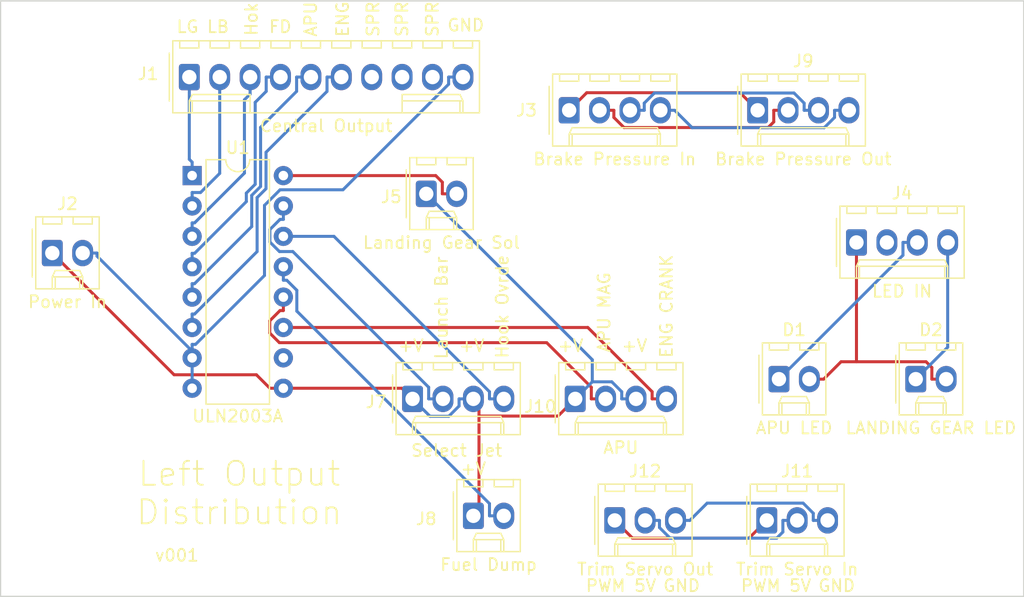
<source format=kicad_pcb>
(kicad_pcb (version 20171130) (host pcbnew "(5.1.5-0-10_14)")

  (general
    (thickness 1.6)
    (drawings 32)
    (tracks 167)
    (zones 0)
    (modules 18)
    (nets 25)
  )

  (page A4)
  (layers
    (0 F.Cu signal)
    (31 B.Cu signal)
    (32 B.Adhes user)
    (33 F.Adhes user)
    (34 B.Paste user)
    (35 F.Paste user)
    (36 B.SilkS user)
    (37 F.SilkS user)
    (38 B.Mask user)
    (39 F.Mask user)
    (40 Dwgs.User user)
    (41 Cmts.User user)
    (42 Eco1.User user)
    (43 Eco2.User user)
    (44 Edge.Cuts user)
    (45 Margin user)
    (46 B.CrtYd user)
    (47 F.CrtYd user)
    (48 B.Fab user)
    (49 F.Fab user)
  )

  (setup
    (last_trace_width 0.25)
    (trace_clearance 0.2)
    (zone_clearance 0.508)
    (zone_45_only no)
    (trace_min 0.2)
    (via_size 0.8)
    (via_drill 0.4)
    (via_min_size 0.4)
    (via_min_drill 0.3)
    (uvia_size 0.3)
    (uvia_drill 0.1)
    (uvias_allowed no)
    (uvia_min_size 0.2)
    (uvia_min_drill 0.1)
    (edge_width 0.1)
    (segment_width 0.2)
    (pcb_text_width 0.3)
    (pcb_text_size 1.5 1.5)
    (mod_edge_width 0.15)
    (mod_text_size 1 1)
    (mod_text_width 0.15)
    (pad_size 1.524 1.524)
    (pad_drill 0.762)
    (pad_to_mask_clearance 0)
    (aux_axis_origin 0 0)
    (visible_elements FFFFFF7F)
    (pcbplotparams
      (layerselection 0x010fc_ffffffff)
      (usegerberextensions false)
      (usegerberattributes false)
      (usegerberadvancedattributes false)
      (creategerberjobfile false)
      (excludeedgelayer true)
      (linewidth 0.100000)
      (plotframeref false)
      (viasonmask false)
      (mode 1)
      (useauxorigin false)
      (hpglpennumber 1)
      (hpglpenspeed 20)
      (hpglpendiameter 15.000000)
      (psnegative false)
      (psa4output false)
      (plotreference true)
      (plotvalue true)
      (plotinvisibletext false)
      (padsonsilk false)
      (subtractmaskfromsilk false)
      (outputformat 1)
      (mirror false)
      (drillshape 0)
      (scaleselection 1)
      (outputdirectory "Manufacturing"))
  )

  (net 0 "")
  (net 1 /GND)
  (net 2 /In_Engine_Crank_Mag)
  (net 3 /In_APU_Mag)
  (net 4 /In_Fuel_Dump_Mag)
  (net 5 /In_Hook_Bypass_Mag)
  (net 6 /In_Launch_Bar_Mag)
  (net 7 /In_Landing_Gear_Sol)
  (net 8 /+12V)
  (net 9 "Net-(J3-Pad4)")
  (net 10 "Net-(J3-Pad3)")
  (net 11 "Net-(J3-Pad2)")
  (net 12 "Net-(J3-Pad1)")
  (net 13 /Out_Landing_Gear_Sol)
  (net 14 /Out_Hook_Bypass_Mag)
  (net 15 /Out_Launch_Bar_Mag)
  (net 16 /Out_Fuel_Dump_Mag)
  (net 17 /Out_Engine_Crank_Mag)
  (net 18 /Out_APU_Mag)
  (net 19 /LEDCOL1)
  (net 20 /LEDROW1)
  (net 21 /LEDROW2)
  (net 22 /SERVO_GND)
  (net 23 /SERVO_5V)
  (net 24 /SERVO_PWM)

  (net_class Default "This is the default net class."
    (clearance 0.2)
    (trace_width 0.25)
    (via_dia 0.8)
    (via_drill 0.4)
    (uvia_dia 0.3)
    (uvia_drill 0.1)
    (add_net /+12V)
    (add_net /GND)
    (add_net /In_APU_Mag)
    (add_net /In_Engine_Crank_Mag)
    (add_net /In_Fuel_Dump_Mag)
    (add_net /In_Hook_Bypass_Mag)
    (add_net /In_Landing_Gear_Sol)
    (add_net /In_Launch_Bar_Mag)
    (add_net /LEDCOL1)
    (add_net /LEDROW1)
    (add_net /LEDROW2)
    (add_net /Out_APU_Mag)
    (add_net /Out_Engine_Crank_Mag)
    (add_net /Out_Fuel_Dump_Mag)
    (add_net /Out_Hook_Bypass_Mag)
    (add_net /Out_Landing_Gear_Sol)
    (add_net /Out_Launch_Bar_Mag)
    (add_net /SERVO_5V)
    (add_net /SERVO_GND)
    (add_net /SERVO_PWM)
    (add_net "Net-(J3-Pad1)")
    (add_net "Net-(J3-Pad2)")
    (add_net "Net-(J3-Pad3)")
    (add_net "Net-(J3-Pad4)")
  )

  (module PT_Library_v001:Molex_1x04_P2.54mm_Vertical (layer F.Cu) (tedit 5B78013E) (tstamp 607BD988)
    (at 193.548 51.435)
    (descr "Molex KK-254 Interconnect System, old/engineering part number: AE-6410-04A example for new part number: 22-27-2041, 4 Pins (http://www.molex.com/pdm_docs/sd/022272021_sd.pdf), generated with kicad-footprint-generator")
    (tags "connector Molex KK-254 side entry")
    (path /607BD540)
    (fp_text reference J4 (at 3.81 -4.12) (layer F.SilkS)
      (effects (font (size 1 1) (thickness 0.15)))
    )
    (fp_text value "LED IN" (at 3.81 4.08) (layer F.SilkS)
      (effects (font (size 1 1) (thickness 0.15)))
    )
    (fp_text user %R (at 3.81 -2.22) (layer F.Fab)
      (effects (font (size 1 1) (thickness 0.15)))
    )
    (fp_line (start 9.39 -3.42) (end -1.77 -3.42) (layer F.CrtYd) (width 0.05))
    (fp_line (start 9.39 3.38) (end 9.39 -3.42) (layer F.CrtYd) (width 0.05))
    (fp_line (start -1.77 3.38) (end 9.39 3.38) (layer F.CrtYd) (width 0.05))
    (fp_line (start -1.77 -3.42) (end -1.77 3.38) (layer F.CrtYd) (width 0.05))
    (fp_line (start 8.42 -2.43) (end 8.42 -3.03) (layer F.SilkS) (width 0.12))
    (fp_line (start 6.82 -2.43) (end 8.42 -2.43) (layer F.SilkS) (width 0.12))
    (fp_line (start 6.82 -3.03) (end 6.82 -2.43) (layer F.SilkS) (width 0.12))
    (fp_line (start 5.88 -2.43) (end 5.88 -3.03) (layer F.SilkS) (width 0.12))
    (fp_line (start 4.28 -2.43) (end 5.88 -2.43) (layer F.SilkS) (width 0.12))
    (fp_line (start 4.28 -3.03) (end 4.28 -2.43) (layer F.SilkS) (width 0.12))
    (fp_line (start 3.34 -2.43) (end 3.34 -3.03) (layer F.SilkS) (width 0.12))
    (fp_line (start 1.74 -2.43) (end 3.34 -2.43) (layer F.SilkS) (width 0.12))
    (fp_line (start 1.74 -3.03) (end 1.74 -2.43) (layer F.SilkS) (width 0.12))
    (fp_line (start 0.8 -2.43) (end 0.8 -3.03) (layer F.SilkS) (width 0.12))
    (fp_line (start -0.8 -2.43) (end 0.8 -2.43) (layer F.SilkS) (width 0.12))
    (fp_line (start -0.8 -3.03) (end -0.8 -2.43) (layer F.SilkS) (width 0.12))
    (fp_line (start 7.37 2.99) (end 7.37 1.99) (layer F.SilkS) (width 0.12))
    (fp_line (start 0.25 2.99) (end 0.25 1.99) (layer F.SilkS) (width 0.12))
    (fp_line (start 7.37 1.46) (end 7.62 1.99) (layer F.SilkS) (width 0.12))
    (fp_line (start 0.25 1.46) (end 7.37 1.46) (layer F.SilkS) (width 0.12))
    (fp_line (start 0 1.99) (end 0.25 1.46) (layer F.SilkS) (width 0.12))
    (fp_line (start 7.62 1.99) (end 7.62 2.99) (layer F.SilkS) (width 0.12))
    (fp_line (start 0 1.99) (end 7.62 1.99) (layer F.SilkS) (width 0.12))
    (fp_line (start 0 2.99) (end 0 1.99) (layer F.SilkS) (width 0.12))
    (fp_line (start -0.562893 0) (end -1.27 0.5) (layer F.Fab) (width 0.1))
    (fp_line (start -1.27 -0.5) (end -0.562893 0) (layer F.Fab) (width 0.1))
    (fp_line (start -1.67 -2) (end -1.67 2) (layer F.SilkS) (width 0.12))
    (fp_line (start 9 -3.03) (end -1.38 -3.03) (layer F.SilkS) (width 0.12))
    (fp_line (start 9 2.99) (end 9 -3.03) (layer F.SilkS) (width 0.12))
    (fp_line (start -1.38 2.99) (end 9 2.99) (layer F.SilkS) (width 0.12))
    (fp_line (start -1.38 -3.03) (end -1.38 2.99) (layer F.SilkS) (width 0.12))
    (fp_line (start 8.89 -2.92) (end -1.27 -2.92) (layer F.Fab) (width 0.1))
    (fp_line (start 8.89 2.88) (end 8.89 -2.92) (layer F.Fab) (width 0.1))
    (fp_line (start -1.27 2.88) (end 8.89 2.88) (layer F.Fab) (width 0.1))
    (fp_line (start -1.27 -2.92) (end -1.27 2.88) (layer F.Fab) (width 0.1))
    (pad 4 thru_hole oval (at 7.62 0) (size 1.74 2.2) (drill 1.2) (layers *.Cu *.Mask)
      (net 21 /LEDROW2))
    (pad 3 thru_hole oval (at 5.08 0) (size 1.74 2.2) (drill 1.2) (layers *.Cu *.Mask)
      (net 20 /LEDROW1))
    (pad 2 thru_hole oval (at 2.54 0) (size 1.74 2.2) (drill 1.2) (layers *.Cu *.Mask))
    (pad 1 thru_hole roundrect (at 0 0) (size 1.74 2.2) (drill 1.2) (layers *.Cu *.Mask) (roundrect_rratio 0.143678)
      (net 19 /LEDCOL1))
    (model ${KISYS3DMOD}/Connector_Molex.3dshapes/Molex_KK-254_AE-6410-04A_1x04_P2.54mm_Vertical.wrl
      (at (xyz 0 0 0))
      (scale (xyz 1 1 1))
      (rotate (xyz 0 0 0))
    )
  )

  (module PT_Library_v001:Molex_1x02_P2.54mm_Vertical (layer F.Cu) (tedit 5B78013E) (tstamp 607BCE99)
    (at 198.501 62.865)
    (descr "Molex KK-254 Interconnect System, old/engineering part number: AE-6410-02A example for new part number: 22-27-2021, 2 Pins (http://www.molex.com/pdm_docs/sd/022272021_sd.pdf), generated with kicad-footprint-generator")
    (tags "connector Molex KK-254 side entry")
    (path /607BFDB4)
    (fp_text reference D2 (at 1.27 -4.12) (layer F.SilkS)
      (effects (font (size 1 1) (thickness 0.15)))
    )
    (fp_text value "LANDING GEAR LED" (at 1.27 4.08) (layer F.SilkS)
      (effects (font (size 1 1) (thickness 0.15)))
    )
    (fp_text user %R (at 1.27 -2.22) (layer F.Fab)
      (effects (font (size 1 1) (thickness 0.15)))
    )
    (fp_line (start 4.31 -3.42) (end -1.77 -3.42) (layer F.CrtYd) (width 0.05))
    (fp_line (start 4.31 3.38) (end 4.31 -3.42) (layer F.CrtYd) (width 0.05))
    (fp_line (start -1.77 3.38) (end 4.31 3.38) (layer F.CrtYd) (width 0.05))
    (fp_line (start -1.77 -3.42) (end -1.77 3.38) (layer F.CrtYd) (width 0.05))
    (fp_line (start 3.34 -2.43) (end 3.34 -3.03) (layer F.SilkS) (width 0.12))
    (fp_line (start 1.74 -2.43) (end 3.34 -2.43) (layer F.SilkS) (width 0.12))
    (fp_line (start 1.74 -3.03) (end 1.74 -2.43) (layer F.SilkS) (width 0.12))
    (fp_line (start 0.8 -2.43) (end 0.8 -3.03) (layer F.SilkS) (width 0.12))
    (fp_line (start -0.8 -2.43) (end 0.8 -2.43) (layer F.SilkS) (width 0.12))
    (fp_line (start -0.8 -3.03) (end -0.8 -2.43) (layer F.SilkS) (width 0.12))
    (fp_line (start 2.29 2.99) (end 2.29 1.99) (layer F.SilkS) (width 0.12))
    (fp_line (start 0.25 2.99) (end 0.25 1.99) (layer F.SilkS) (width 0.12))
    (fp_line (start 2.29 1.46) (end 2.54 1.99) (layer F.SilkS) (width 0.12))
    (fp_line (start 0.25 1.46) (end 2.29 1.46) (layer F.SilkS) (width 0.12))
    (fp_line (start 0 1.99) (end 0.25 1.46) (layer F.SilkS) (width 0.12))
    (fp_line (start 2.54 1.99) (end 2.54 2.99) (layer F.SilkS) (width 0.12))
    (fp_line (start 0 1.99) (end 2.54 1.99) (layer F.SilkS) (width 0.12))
    (fp_line (start 0 2.99) (end 0 1.99) (layer F.SilkS) (width 0.12))
    (fp_line (start -0.562893 0) (end -1.27 0.5) (layer F.Fab) (width 0.1))
    (fp_line (start -1.27 -0.5) (end -0.562893 0) (layer F.Fab) (width 0.1))
    (fp_line (start -1.67 -2) (end -1.67 2) (layer F.SilkS) (width 0.12))
    (fp_line (start 3.92 -3.03) (end -1.38 -3.03) (layer F.SilkS) (width 0.12))
    (fp_line (start 3.92 2.99) (end 3.92 -3.03) (layer F.SilkS) (width 0.12))
    (fp_line (start -1.38 2.99) (end 3.92 2.99) (layer F.SilkS) (width 0.12))
    (fp_line (start -1.38 -3.03) (end -1.38 2.99) (layer F.SilkS) (width 0.12))
    (fp_line (start 3.81 -2.92) (end -1.27 -2.92) (layer F.Fab) (width 0.1))
    (fp_line (start 3.81 2.88) (end 3.81 -2.92) (layer F.Fab) (width 0.1))
    (fp_line (start -1.27 2.88) (end 3.81 2.88) (layer F.Fab) (width 0.1))
    (fp_line (start -1.27 -2.92) (end -1.27 2.88) (layer F.Fab) (width 0.1))
    (pad 2 thru_hole oval (at 2.54 0) (size 1.74 2.2) (drill 1.2) (layers *.Cu *.Mask)
      (net 19 /LEDCOL1))
    (pad 1 thru_hole roundrect (at 0 0) (size 1.74 2.2) (drill 1.2) (layers *.Cu *.Mask) (roundrect_rratio 0.143678)
      (net 21 /LEDROW2))
    (model ${KISYS3DMOD}/Connector_Molex.3dshapes/Molex_KK-254_AE-6410-02A_1x02_P2.54mm_Vertical.wrl
      (at (xyz 0 0 0))
      (scale (xyz 1 1 1))
      (rotate (xyz 0 0 0))
    )
  )

  (module PT_Library_v001:Molex_1x02_P2.54mm_Vertical (layer F.Cu) (tedit 5B78013E) (tstamp 607BCE75)
    (at 187.071 62.865)
    (descr "Molex KK-254 Interconnect System, old/engineering part number: AE-6410-02A example for new part number: 22-27-2021, 2 Pins (http://www.molex.com/pdm_docs/sd/022272021_sd.pdf), generated with kicad-footprint-generator")
    (tags "connector Molex KK-254 side entry")
    (path /607BEAA0)
    (fp_text reference D1 (at 1.27 -4.12) (layer F.SilkS)
      (effects (font (size 1 1) (thickness 0.15)))
    )
    (fp_text value "APU LED" (at 1.27 4.08) (layer F.SilkS)
      (effects (font (size 1 1) (thickness 0.15)))
    )
    (fp_text user %R (at 1.27 -2.22) (layer F.Fab)
      (effects (font (size 1 1) (thickness 0.15)))
    )
    (fp_line (start 4.31 -3.42) (end -1.77 -3.42) (layer F.CrtYd) (width 0.05))
    (fp_line (start 4.31 3.38) (end 4.31 -3.42) (layer F.CrtYd) (width 0.05))
    (fp_line (start -1.77 3.38) (end 4.31 3.38) (layer F.CrtYd) (width 0.05))
    (fp_line (start -1.77 -3.42) (end -1.77 3.38) (layer F.CrtYd) (width 0.05))
    (fp_line (start 3.34 -2.43) (end 3.34 -3.03) (layer F.SilkS) (width 0.12))
    (fp_line (start 1.74 -2.43) (end 3.34 -2.43) (layer F.SilkS) (width 0.12))
    (fp_line (start 1.74 -3.03) (end 1.74 -2.43) (layer F.SilkS) (width 0.12))
    (fp_line (start 0.8 -2.43) (end 0.8 -3.03) (layer F.SilkS) (width 0.12))
    (fp_line (start -0.8 -2.43) (end 0.8 -2.43) (layer F.SilkS) (width 0.12))
    (fp_line (start -0.8 -3.03) (end -0.8 -2.43) (layer F.SilkS) (width 0.12))
    (fp_line (start 2.29 2.99) (end 2.29 1.99) (layer F.SilkS) (width 0.12))
    (fp_line (start 0.25 2.99) (end 0.25 1.99) (layer F.SilkS) (width 0.12))
    (fp_line (start 2.29 1.46) (end 2.54 1.99) (layer F.SilkS) (width 0.12))
    (fp_line (start 0.25 1.46) (end 2.29 1.46) (layer F.SilkS) (width 0.12))
    (fp_line (start 0 1.99) (end 0.25 1.46) (layer F.SilkS) (width 0.12))
    (fp_line (start 2.54 1.99) (end 2.54 2.99) (layer F.SilkS) (width 0.12))
    (fp_line (start 0 1.99) (end 2.54 1.99) (layer F.SilkS) (width 0.12))
    (fp_line (start 0 2.99) (end 0 1.99) (layer F.SilkS) (width 0.12))
    (fp_line (start -0.562893 0) (end -1.27 0.5) (layer F.Fab) (width 0.1))
    (fp_line (start -1.27 -0.5) (end -0.562893 0) (layer F.Fab) (width 0.1))
    (fp_line (start -1.67 -2) (end -1.67 2) (layer F.SilkS) (width 0.12))
    (fp_line (start 3.92 -3.03) (end -1.38 -3.03) (layer F.SilkS) (width 0.12))
    (fp_line (start 3.92 2.99) (end 3.92 -3.03) (layer F.SilkS) (width 0.12))
    (fp_line (start -1.38 2.99) (end 3.92 2.99) (layer F.SilkS) (width 0.12))
    (fp_line (start -1.38 -3.03) (end -1.38 2.99) (layer F.SilkS) (width 0.12))
    (fp_line (start 3.81 -2.92) (end -1.27 -2.92) (layer F.Fab) (width 0.1))
    (fp_line (start 3.81 2.88) (end 3.81 -2.92) (layer F.Fab) (width 0.1))
    (fp_line (start -1.27 2.88) (end 3.81 2.88) (layer F.Fab) (width 0.1))
    (fp_line (start -1.27 -2.92) (end -1.27 2.88) (layer F.Fab) (width 0.1))
    (pad 2 thru_hole oval (at 2.54 0) (size 1.74 2.2) (drill 1.2) (layers *.Cu *.Mask)
      (net 19 /LEDCOL1))
    (pad 1 thru_hole roundrect (at 0 0) (size 1.74 2.2) (drill 1.2) (layers *.Cu *.Mask) (roundrect_rratio 0.143678)
      (net 20 /LEDROW1))
    (model ${KISYS3DMOD}/Connector_Molex.3dshapes/Molex_KK-254_AE-6410-02A_1x02_P2.54mm_Vertical.wrl
      (at (xyz 0 0 0))
      (scale (xyz 1 1 1))
      (rotate (xyz 0 0 0))
    )
  )

  (module Package_DIP:DIP-16_W7.62mm (layer F.Cu) (tedit 5A02E8C5) (tstamp 60728DB9)
    (at 138.049 45.847)
    (descr "16-lead though-hole mounted DIP package, row spacing 7.62 mm (300 mils)")
    (tags "THT DIP DIL PDIP 2.54mm 7.62mm 300mil")
    (path /6073B19B)
    (fp_text reference U1 (at 3.81 -2.33) (layer F.SilkS)
      (effects (font (size 1 1) (thickness 0.15)))
    )
    (fp_text value ULN2003A (at 3.81 20.11) (layer F.SilkS)
      (effects (font (size 1 1) (thickness 0.15)))
    )
    (fp_text user %R (at 3.81 8.89) (layer F.Fab)
      (effects (font (size 1 1) (thickness 0.15)))
    )
    (fp_line (start 8.7 -1.55) (end -1.1 -1.55) (layer F.CrtYd) (width 0.05))
    (fp_line (start 8.7 19.3) (end 8.7 -1.55) (layer F.CrtYd) (width 0.05))
    (fp_line (start -1.1 19.3) (end 8.7 19.3) (layer F.CrtYd) (width 0.05))
    (fp_line (start -1.1 -1.55) (end -1.1 19.3) (layer F.CrtYd) (width 0.05))
    (fp_line (start 6.46 -1.33) (end 4.81 -1.33) (layer F.SilkS) (width 0.12))
    (fp_line (start 6.46 19.11) (end 6.46 -1.33) (layer F.SilkS) (width 0.12))
    (fp_line (start 1.16 19.11) (end 6.46 19.11) (layer F.SilkS) (width 0.12))
    (fp_line (start 1.16 -1.33) (end 1.16 19.11) (layer F.SilkS) (width 0.12))
    (fp_line (start 2.81 -1.33) (end 1.16 -1.33) (layer F.SilkS) (width 0.12))
    (fp_line (start 0.635 -0.27) (end 1.635 -1.27) (layer F.Fab) (width 0.1))
    (fp_line (start 0.635 19.05) (end 0.635 -0.27) (layer F.Fab) (width 0.1))
    (fp_line (start 6.985 19.05) (end 0.635 19.05) (layer F.Fab) (width 0.1))
    (fp_line (start 6.985 -1.27) (end 6.985 19.05) (layer F.Fab) (width 0.1))
    (fp_line (start 1.635 -1.27) (end 6.985 -1.27) (layer F.Fab) (width 0.1))
    (fp_arc (start 3.81 -1.33) (end 2.81 -1.33) (angle -180) (layer F.SilkS) (width 0.12))
    (pad 16 thru_hole oval (at 7.62 0) (size 1.6 1.6) (drill 0.8) (layers *.Cu *.Mask)
      (net 13 /Out_Landing_Gear_Sol))
    (pad 8 thru_hole oval (at 0 17.78) (size 1.6 1.6) (drill 0.8) (layers *.Cu *.Mask)
      (net 1 /GND))
    (pad 15 thru_hole oval (at 7.62 2.54) (size 1.6 1.6) (drill 0.8) (layers *.Cu *.Mask)
      (net 15 /Out_Launch_Bar_Mag))
    (pad 7 thru_hole oval (at 0 15.24) (size 1.6 1.6) (drill 0.8) (layers *.Cu *.Mask)
      (net 1 /GND))
    (pad 14 thru_hole oval (at 7.62 5.08) (size 1.6 1.6) (drill 0.8) (layers *.Cu *.Mask)
      (net 14 /Out_Hook_Bypass_Mag))
    (pad 6 thru_hole oval (at 0 12.7) (size 1.6 1.6) (drill 0.8) (layers *.Cu *.Mask)
      (net 2 /In_Engine_Crank_Mag))
    (pad 13 thru_hole oval (at 7.62 7.62) (size 1.6 1.6) (drill 0.8) (layers *.Cu *.Mask)
      (net 16 /Out_Fuel_Dump_Mag))
    (pad 5 thru_hole oval (at 0 10.16) (size 1.6 1.6) (drill 0.8) (layers *.Cu *.Mask)
      (net 3 /In_APU_Mag))
    (pad 12 thru_hole oval (at 7.62 10.16) (size 1.6 1.6) (drill 0.8) (layers *.Cu *.Mask)
      (net 18 /Out_APU_Mag))
    (pad 4 thru_hole oval (at 0 7.62) (size 1.6 1.6) (drill 0.8) (layers *.Cu *.Mask)
      (net 4 /In_Fuel_Dump_Mag))
    (pad 11 thru_hole oval (at 7.62 12.7) (size 1.6 1.6) (drill 0.8) (layers *.Cu *.Mask)
      (net 17 /Out_Engine_Crank_Mag))
    (pad 3 thru_hole oval (at 0 5.08) (size 1.6 1.6) (drill 0.8) (layers *.Cu *.Mask)
      (net 5 /In_Hook_Bypass_Mag))
    (pad 10 thru_hole oval (at 7.62 15.24) (size 1.6 1.6) (drill 0.8) (layers *.Cu *.Mask))
    (pad 2 thru_hole oval (at 0 2.54) (size 1.6 1.6) (drill 0.8) (layers *.Cu *.Mask)
      (net 6 /In_Launch_Bar_Mag))
    (pad 9 thru_hole oval (at 7.62 17.78) (size 1.6 1.6) (drill 0.8) (layers *.Cu *.Mask)
      (net 8 /+12V))
    (pad 1 thru_hole rect (at 0 0) (size 1.6 1.6) (drill 0.8) (layers *.Cu *.Mask)
      (net 7 /In_Landing_Gear_Sol))
    (model ${KISYS3DMOD}/Package_DIP.3dshapes/DIP-16_W7.62mm.wrl
      (at (xyz 0 0 0))
      (scale (xyz 1 1 1))
      (rotate (xyz 0 0 0))
    )
  )

  (module PT_Library_v001:Molex_1x03_P2.54mm_Vertical (layer F.Cu) (tedit 5B78013E) (tstamp 60728D67)
    (at 173.355 74.676)
    (descr "Molex KK-254 Interconnect System, old/engineering part number: AE-6410-03A example for new part number: 22-27-2031, 3 Pins (http://www.molex.com/pdm_docs/sd/022272021_sd.pdf), generated with kicad-footprint-generator")
    (tags "connector Molex KK-254 side entry")
    (path /60769A26)
    (fp_text reference J12 (at 2.54 -4.12) (layer F.SilkS)
      (effects (font (size 1 1) (thickness 0.15)))
    )
    (fp_text value "Trim Servo Out" (at 2.54 4.08) (layer F.SilkS)
      (effects (font (size 1 1) (thickness 0.15)))
    )
    (fp_text user %R (at 2.54 -2.22) (layer F.Fab)
      (effects (font (size 1 1) (thickness 0.15)))
    )
    (fp_line (start 6.85 -3.42) (end -1.77 -3.42) (layer F.CrtYd) (width 0.05))
    (fp_line (start 6.85 3.38) (end 6.85 -3.42) (layer F.CrtYd) (width 0.05))
    (fp_line (start -1.77 3.38) (end 6.85 3.38) (layer F.CrtYd) (width 0.05))
    (fp_line (start -1.77 -3.42) (end -1.77 3.38) (layer F.CrtYd) (width 0.05))
    (fp_line (start 5.88 -2.43) (end 5.88 -3.03) (layer F.SilkS) (width 0.12))
    (fp_line (start 4.28 -2.43) (end 5.88 -2.43) (layer F.SilkS) (width 0.12))
    (fp_line (start 4.28 -3.03) (end 4.28 -2.43) (layer F.SilkS) (width 0.12))
    (fp_line (start 3.34 -2.43) (end 3.34 -3.03) (layer F.SilkS) (width 0.12))
    (fp_line (start 1.74 -2.43) (end 3.34 -2.43) (layer F.SilkS) (width 0.12))
    (fp_line (start 1.74 -3.03) (end 1.74 -2.43) (layer F.SilkS) (width 0.12))
    (fp_line (start 0.8 -2.43) (end 0.8 -3.03) (layer F.SilkS) (width 0.12))
    (fp_line (start -0.8 -2.43) (end 0.8 -2.43) (layer F.SilkS) (width 0.12))
    (fp_line (start -0.8 -3.03) (end -0.8 -2.43) (layer F.SilkS) (width 0.12))
    (fp_line (start 4.83 2.99) (end 4.83 1.99) (layer F.SilkS) (width 0.12))
    (fp_line (start 0.25 2.99) (end 0.25 1.99) (layer F.SilkS) (width 0.12))
    (fp_line (start 4.83 1.46) (end 5.08 1.99) (layer F.SilkS) (width 0.12))
    (fp_line (start 0.25 1.46) (end 4.83 1.46) (layer F.SilkS) (width 0.12))
    (fp_line (start 0 1.99) (end 0.25 1.46) (layer F.SilkS) (width 0.12))
    (fp_line (start 5.08 1.99) (end 5.08 2.99) (layer F.SilkS) (width 0.12))
    (fp_line (start 0 1.99) (end 5.08 1.99) (layer F.SilkS) (width 0.12))
    (fp_line (start 0 2.99) (end 0 1.99) (layer F.SilkS) (width 0.12))
    (fp_line (start -0.562893 0) (end -1.27 0.5) (layer F.Fab) (width 0.1))
    (fp_line (start -1.27 -0.5) (end -0.562893 0) (layer F.Fab) (width 0.1))
    (fp_line (start -1.67 -2) (end -1.67 2) (layer F.SilkS) (width 0.12))
    (fp_line (start 6.46 -3.03) (end -1.38 -3.03) (layer F.SilkS) (width 0.12))
    (fp_line (start 6.46 2.99) (end 6.46 -3.03) (layer F.SilkS) (width 0.12))
    (fp_line (start -1.38 2.99) (end 6.46 2.99) (layer F.SilkS) (width 0.12))
    (fp_line (start -1.38 -3.03) (end -1.38 2.99) (layer F.SilkS) (width 0.12))
    (fp_line (start 6.35 -2.92) (end -1.27 -2.92) (layer F.Fab) (width 0.1))
    (fp_line (start 6.35 2.88) (end 6.35 -2.92) (layer F.Fab) (width 0.1))
    (fp_line (start -1.27 2.88) (end 6.35 2.88) (layer F.Fab) (width 0.1))
    (fp_line (start -1.27 -2.92) (end -1.27 2.88) (layer F.Fab) (width 0.1))
    (pad 3 thru_hole oval (at 5.08 0) (size 1.74 2.2) (drill 1.2) (layers *.Cu *.Mask)
      (net 22 /SERVO_GND))
    (pad 2 thru_hole oval (at 2.54 0) (size 1.74 2.2) (drill 1.2) (layers *.Cu *.Mask)
      (net 23 /SERVO_5V))
    (pad 1 thru_hole roundrect (at 0 0) (size 1.74 2.2) (drill 1.2) (layers *.Cu *.Mask) (roundrect_rratio 0.143678)
      (net 24 /SERVO_PWM))
    (model ${KISYS3DMOD}/Connector_Molex.3dshapes/Molex_KK-254_AE-6410-03A_1x03_P2.54mm_Vertical.wrl
      (at (xyz 0 0 0))
      (scale (xyz 1 1 1))
      (rotate (xyz 0 0 0))
    )
  )

  (module PT_Library_v001:Molex_1x03_P2.54mm_Vertical (layer F.Cu) (tedit 5B78013E) (tstamp 60728D3F)
    (at 186.055 74.676)
    (descr "Molex KK-254 Interconnect System, old/engineering part number: AE-6410-03A example for new part number: 22-27-2031, 3 Pins (http://www.molex.com/pdm_docs/sd/022272021_sd.pdf), generated with kicad-footprint-generator")
    (tags "connector Molex KK-254 side entry")
    (path /6076A1A4)
    (fp_text reference J11 (at 2.54 -4.12) (layer F.SilkS)
      (effects (font (size 1 1) (thickness 0.15)))
    )
    (fp_text value "Trim Servo In" (at 2.54 4.08) (layer F.SilkS)
      (effects (font (size 1 1) (thickness 0.15)))
    )
    (fp_text user %R (at 2.54 -2.22) (layer F.Fab)
      (effects (font (size 1 1) (thickness 0.15)))
    )
    (fp_line (start 6.85 -3.42) (end -1.77 -3.42) (layer F.CrtYd) (width 0.05))
    (fp_line (start 6.85 3.38) (end 6.85 -3.42) (layer F.CrtYd) (width 0.05))
    (fp_line (start -1.77 3.38) (end 6.85 3.38) (layer F.CrtYd) (width 0.05))
    (fp_line (start -1.77 -3.42) (end -1.77 3.38) (layer F.CrtYd) (width 0.05))
    (fp_line (start 5.88 -2.43) (end 5.88 -3.03) (layer F.SilkS) (width 0.12))
    (fp_line (start 4.28 -2.43) (end 5.88 -2.43) (layer F.SilkS) (width 0.12))
    (fp_line (start 4.28 -3.03) (end 4.28 -2.43) (layer F.SilkS) (width 0.12))
    (fp_line (start 3.34 -2.43) (end 3.34 -3.03) (layer F.SilkS) (width 0.12))
    (fp_line (start 1.74 -2.43) (end 3.34 -2.43) (layer F.SilkS) (width 0.12))
    (fp_line (start 1.74 -3.03) (end 1.74 -2.43) (layer F.SilkS) (width 0.12))
    (fp_line (start 0.8 -2.43) (end 0.8 -3.03) (layer F.SilkS) (width 0.12))
    (fp_line (start -0.8 -2.43) (end 0.8 -2.43) (layer F.SilkS) (width 0.12))
    (fp_line (start -0.8 -3.03) (end -0.8 -2.43) (layer F.SilkS) (width 0.12))
    (fp_line (start 4.83 2.99) (end 4.83 1.99) (layer F.SilkS) (width 0.12))
    (fp_line (start 0.25 2.99) (end 0.25 1.99) (layer F.SilkS) (width 0.12))
    (fp_line (start 4.83 1.46) (end 5.08 1.99) (layer F.SilkS) (width 0.12))
    (fp_line (start 0.25 1.46) (end 4.83 1.46) (layer F.SilkS) (width 0.12))
    (fp_line (start 0 1.99) (end 0.25 1.46) (layer F.SilkS) (width 0.12))
    (fp_line (start 5.08 1.99) (end 5.08 2.99) (layer F.SilkS) (width 0.12))
    (fp_line (start 0 1.99) (end 5.08 1.99) (layer F.SilkS) (width 0.12))
    (fp_line (start 0 2.99) (end 0 1.99) (layer F.SilkS) (width 0.12))
    (fp_line (start -0.562893 0) (end -1.27 0.5) (layer F.Fab) (width 0.1))
    (fp_line (start -1.27 -0.5) (end -0.562893 0) (layer F.Fab) (width 0.1))
    (fp_line (start -1.67 -2) (end -1.67 2) (layer F.SilkS) (width 0.12))
    (fp_line (start 6.46 -3.03) (end -1.38 -3.03) (layer F.SilkS) (width 0.12))
    (fp_line (start 6.46 2.99) (end 6.46 -3.03) (layer F.SilkS) (width 0.12))
    (fp_line (start -1.38 2.99) (end 6.46 2.99) (layer F.SilkS) (width 0.12))
    (fp_line (start -1.38 -3.03) (end -1.38 2.99) (layer F.SilkS) (width 0.12))
    (fp_line (start 6.35 -2.92) (end -1.27 -2.92) (layer F.Fab) (width 0.1))
    (fp_line (start 6.35 2.88) (end 6.35 -2.92) (layer F.Fab) (width 0.1))
    (fp_line (start -1.27 2.88) (end 6.35 2.88) (layer F.Fab) (width 0.1))
    (fp_line (start -1.27 -2.92) (end -1.27 2.88) (layer F.Fab) (width 0.1))
    (pad 3 thru_hole oval (at 5.08 0) (size 1.74 2.2) (drill 1.2) (layers *.Cu *.Mask)
      (net 22 /SERVO_GND))
    (pad 2 thru_hole oval (at 2.54 0) (size 1.74 2.2) (drill 1.2) (layers *.Cu *.Mask)
      (net 23 /SERVO_5V))
    (pad 1 thru_hole roundrect (at 0 0) (size 1.74 2.2) (drill 1.2) (layers *.Cu *.Mask) (roundrect_rratio 0.143678)
      (net 24 /SERVO_PWM))
    (model ${KISYS3DMOD}/Connector_Molex.3dshapes/Molex_KK-254_AE-6410-03A_1x03_P2.54mm_Vertical.wrl
      (at (xyz 0 0 0))
      (scale (xyz 1 1 1))
      (rotate (xyz 0 0 0))
    )
  )

  (module PT_Library_v001:Molex_1x04_P2.54mm_Vertical (layer F.Cu) (tedit 5B78013E) (tstamp 60728D17)
    (at 170.053 64.516)
    (descr "Molex KK-254 Interconnect System, old/engineering part number: AE-6410-04A example for new part number: 22-27-2041, 4 Pins (http://www.molex.com/pdm_docs/sd/022272021_sd.pdf), generated with kicad-footprint-generator")
    (tags "connector Molex KK-254 side entry")
    (path /6076D2F2)
    (fp_text reference J10 (at -2.921 0.635) (layer F.SilkS)
      (effects (font (size 1 1) (thickness 0.15)))
    )
    (fp_text value APU (at 3.81 4.08) (layer F.SilkS)
      (effects (font (size 1 1) (thickness 0.15)))
    )
    (fp_text user %R (at 3.81 -2.22) (layer F.Fab)
      (effects (font (size 1 1) (thickness 0.15)))
    )
    (fp_line (start 9.39 -3.42) (end -1.77 -3.42) (layer F.CrtYd) (width 0.05))
    (fp_line (start 9.39 3.38) (end 9.39 -3.42) (layer F.CrtYd) (width 0.05))
    (fp_line (start -1.77 3.38) (end 9.39 3.38) (layer F.CrtYd) (width 0.05))
    (fp_line (start -1.77 -3.42) (end -1.77 3.38) (layer F.CrtYd) (width 0.05))
    (fp_line (start 8.42 -2.43) (end 8.42 -3.03) (layer F.SilkS) (width 0.12))
    (fp_line (start 6.82 -2.43) (end 8.42 -2.43) (layer F.SilkS) (width 0.12))
    (fp_line (start 6.82 -3.03) (end 6.82 -2.43) (layer F.SilkS) (width 0.12))
    (fp_line (start 5.88 -2.43) (end 5.88 -3.03) (layer F.SilkS) (width 0.12))
    (fp_line (start 4.28 -2.43) (end 5.88 -2.43) (layer F.SilkS) (width 0.12))
    (fp_line (start 4.28 -3.03) (end 4.28 -2.43) (layer F.SilkS) (width 0.12))
    (fp_line (start 3.34 -2.43) (end 3.34 -3.03) (layer F.SilkS) (width 0.12))
    (fp_line (start 1.74 -2.43) (end 3.34 -2.43) (layer F.SilkS) (width 0.12))
    (fp_line (start 1.74 -3.03) (end 1.74 -2.43) (layer F.SilkS) (width 0.12))
    (fp_line (start 0.8 -2.43) (end 0.8 -3.03) (layer F.SilkS) (width 0.12))
    (fp_line (start -0.8 -2.43) (end 0.8 -2.43) (layer F.SilkS) (width 0.12))
    (fp_line (start -0.8 -3.03) (end -0.8 -2.43) (layer F.SilkS) (width 0.12))
    (fp_line (start 7.37 2.99) (end 7.37 1.99) (layer F.SilkS) (width 0.12))
    (fp_line (start 0.25 2.99) (end 0.25 1.99) (layer F.SilkS) (width 0.12))
    (fp_line (start 7.37 1.46) (end 7.62 1.99) (layer F.SilkS) (width 0.12))
    (fp_line (start 0.25 1.46) (end 7.37 1.46) (layer F.SilkS) (width 0.12))
    (fp_line (start 0 1.99) (end 0.25 1.46) (layer F.SilkS) (width 0.12))
    (fp_line (start 7.62 1.99) (end 7.62 2.99) (layer F.SilkS) (width 0.12))
    (fp_line (start 0 1.99) (end 7.62 1.99) (layer F.SilkS) (width 0.12))
    (fp_line (start 0 2.99) (end 0 1.99) (layer F.SilkS) (width 0.12))
    (fp_line (start -0.562893 0) (end -1.27 0.5) (layer F.Fab) (width 0.1))
    (fp_line (start -1.27 -0.5) (end -0.562893 0) (layer F.Fab) (width 0.1))
    (fp_line (start -1.67 -2) (end -1.67 2) (layer F.SilkS) (width 0.12))
    (fp_line (start 9 -3.03) (end -1.38 -3.03) (layer F.SilkS) (width 0.12))
    (fp_line (start 9 2.99) (end 9 -3.03) (layer F.SilkS) (width 0.12))
    (fp_line (start -1.38 2.99) (end 9 2.99) (layer F.SilkS) (width 0.12))
    (fp_line (start -1.38 -3.03) (end -1.38 2.99) (layer F.SilkS) (width 0.12))
    (fp_line (start 8.89 -2.92) (end -1.27 -2.92) (layer F.Fab) (width 0.1))
    (fp_line (start 8.89 2.88) (end 8.89 -2.92) (layer F.Fab) (width 0.1))
    (fp_line (start -1.27 2.88) (end 8.89 2.88) (layer F.Fab) (width 0.1))
    (fp_line (start -1.27 -2.92) (end -1.27 2.88) (layer F.Fab) (width 0.1))
    (pad 4 thru_hole oval (at 7.62 0) (size 1.74 2.2) (drill 1.2) (layers *.Cu *.Mask)
      (net 17 /Out_Engine_Crank_Mag))
    (pad 3 thru_hole oval (at 5.08 0) (size 1.74 2.2) (drill 1.2) (layers *.Cu *.Mask)
      (net 8 /+12V))
    (pad 2 thru_hole oval (at 2.54 0) (size 1.74 2.2) (drill 1.2) (layers *.Cu *.Mask)
      (net 18 /Out_APU_Mag))
    (pad 1 thru_hole roundrect (at 0 0) (size 1.74 2.2) (drill 1.2) (layers *.Cu *.Mask) (roundrect_rratio 0.143678)
      (net 8 /+12V))
    (model ${KISYS3DMOD}/Connector_Molex.3dshapes/Molex_KK-254_AE-6410-04A_1x04_P2.54mm_Vertical.wrl
      (at (xyz 0 0 0))
      (scale (xyz 1 1 1))
      (rotate (xyz 0 0 0))
    )
  )

  (module PT_Library_v001:Molex_1x04_P2.54mm_Vertical (layer F.Cu) (tedit 5B78013E) (tstamp 60728CEB)
    (at 185.293 40.386)
    (descr "Molex KK-254 Interconnect System, old/engineering part number: AE-6410-04A example for new part number: 22-27-2041, 4 Pins (http://www.molex.com/pdm_docs/sd/022272021_sd.pdf), generated with kicad-footprint-generator")
    (tags "connector Molex KK-254 side entry")
    (path /60762D4E)
    (fp_text reference J9 (at 3.81 -4.12) (layer F.SilkS)
      (effects (font (size 1 1) (thickness 0.15)))
    )
    (fp_text value "Brake Pressure Out" (at 3.81 4.08) (layer F.SilkS)
      (effects (font (size 1 1) (thickness 0.15)))
    )
    (fp_text user %R (at 3.81 -2.22) (layer F.Fab)
      (effects (font (size 1 1) (thickness 0.15)))
    )
    (fp_line (start 9.39 -3.42) (end -1.77 -3.42) (layer F.CrtYd) (width 0.05))
    (fp_line (start 9.39 3.38) (end 9.39 -3.42) (layer F.CrtYd) (width 0.05))
    (fp_line (start -1.77 3.38) (end 9.39 3.38) (layer F.CrtYd) (width 0.05))
    (fp_line (start -1.77 -3.42) (end -1.77 3.38) (layer F.CrtYd) (width 0.05))
    (fp_line (start 8.42 -2.43) (end 8.42 -3.03) (layer F.SilkS) (width 0.12))
    (fp_line (start 6.82 -2.43) (end 8.42 -2.43) (layer F.SilkS) (width 0.12))
    (fp_line (start 6.82 -3.03) (end 6.82 -2.43) (layer F.SilkS) (width 0.12))
    (fp_line (start 5.88 -2.43) (end 5.88 -3.03) (layer F.SilkS) (width 0.12))
    (fp_line (start 4.28 -2.43) (end 5.88 -2.43) (layer F.SilkS) (width 0.12))
    (fp_line (start 4.28 -3.03) (end 4.28 -2.43) (layer F.SilkS) (width 0.12))
    (fp_line (start 3.34 -2.43) (end 3.34 -3.03) (layer F.SilkS) (width 0.12))
    (fp_line (start 1.74 -2.43) (end 3.34 -2.43) (layer F.SilkS) (width 0.12))
    (fp_line (start 1.74 -3.03) (end 1.74 -2.43) (layer F.SilkS) (width 0.12))
    (fp_line (start 0.8 -2.43) (end 0.8 -3.03) (layer F.SilkS) (width 0.12))
    (fp_line (start -0.8 -2.43) (end 0.8 -2.43) (layer F.SilkS) (width 0.12))
    (fp_line (start -0.8 -3.03) (end -0.8 -2.43) (layer F.SilkS) (width 0.12))
    (fp_line (start 7.37 2.99) (end 7.37 1.99) (layer F.SilkS) (width 0.12))
    (fp_line (start 0.25 2.99) (end 0.25 1.99) (layer F.SilkS) (width 0.12))
    (fp_line (start 7.37 1.46) (end 7.62 1.99) (layer F.SilkS) (width 0.12))
    (fp_line (start 0.25 1.46) (end 7.37 1.46) (layer F.SilkS) (width 0.12))
    (fp_line (start 0 1.99) (end 0.25 1.46) (layer F.SilkS) (width 0.12))
    (fp_line (start 7.62 1.99) (end 7.62 2.99) (layer F.SilkS) (width 0.12))
    (fp_line (start 0 1.99) (end 7.62 1.99) (layer F.SilkS) (width 0.12))
    (fp_line (start 0 2.99) (end 0 1.99) (layer F.SilkS) (width 0.12))
    (fp_line (start -0.562893 0) (end -1.27 0.5) (layer F.Fab) (width 0.1))
    (fp_line (start -1.27 -0.5) (end -0.562893 0) (layer F.Fab) (width 0.1))
    (fp_line (start -1.67 -2) (end -1.67 2) (layer F.SilkS) (width 0.12))
    (fp_line (start 9 -3.03) (end -1.38 -3.03) (layer F.SilkS) (width 0.12))
    (fp_line (start 9 2.99) (end 9 -3.03) (layer F.SilkS) (width 0.12))
    (fp_line (start -1.38 2.99) (end 9 2.99) (layer F.SilkS) (width 0.12))
    (fp_line (start -1.38 -3.03) (end -1.38 2.99) (layer F.SilkS) (width 0.12))
    (fp_line (start 8.89 -2.92) (end -1.27 -2.92) (layer F.Fab) (width 0.1))
    (fp_line (start 8.89 2.88) (end 8.89 -2.92) (layer F.Fab) (width 0.1))
    (fp_line (start -1.27 2.88) (end 8.89 2.88) (layer F.Fab) (width 0.1))
    (fp_line (start -1.27 -2.92) (end -1.27 2.88) (layer F.Fab) (width 0.1))
    (pad 4 thru_hole oval (at 7.62 0) (size 1.74 2.2) (drill 1.2) (layers *.Cu *.Mask)
      (net 9 "Net-(J3-Pad4)"))
    (pad 3 thru_hole oval (at 5.08 0) (size 1.74 2.2) (drill 1.2) (layers *.Cu *.Mask)
      (net 10 "Net-(J3-Pad3)"))
    (pad 2 thru_hole oval (at 2.54 0) (size 1.74 2.2) (drill 1.2) (layers *.Cu *.Mask)
      (net 11 "Net-(J3-Pad2)"))
    (pad 1 thru_hole roundrect (at 0 0) (size 1.74 2.2) (drill 1.2) (layers *.Cu *.Mask) (roundrect_rratio 0.143678)
      (net 12 "Net-(J3-Pad1)"))
    (model ${KISYS3DMOD}/Connector_Molex.3dshapes/Molex_KK-254_AE-6410-04A_1x04_P2.54mm_Vertical.wrl
      (at (xyz 0 0 0))
      (scale (xyz 1 1 1))
      (rotate (xyz 0 0 0))
    )
  )

  (module PT_Library_v001:Molex_1x02_P2.54mm_Vertical (layer F.Cu) (tedit 5B78013E) (tstamp 60728CBF)
    (at 161.544 74.295)
    (descr "Molex KK-254 Interconnect System, old/engineering part number: AE-6410-02A example for new part number: 22-27-2021, 2 Pins (http://www.molex.com/pdm_docs/sd/022272021_sd.pdf), generated with kicad-footprint-generator")
    (tags "connector Molex KK-254 side entry")
    (path /60768592)
    (fp_text reference J8 (at -3.937 0.254) (layer F.SilkS)
      (effects (font (size 1 1) (thickness 0.15)))
    )
    (fp_text value "Fuel Dump" (at 1.27 4.08) (layer F.SilkS)
      (effects (font (size 1 1) (thickness 0.15)))
    )
    (fp_text user %R (at 1.27 -2.22) (layer F.Fab)
      (effects (font (size 1 1) (thickness 0.15)))
    )
    (fp_line (start 4.31 -3.42) (end -1.77 -3.42) (layer F.CrtYd) (width 0.05))
    (fp_line (start 4.31 3.38) (end 4.31 -3.42) (layer F.CrtYd) (width 0.05))
    (fp_line (start -1.77 3.38) (end 4.31 3.38) (layer F.CrtYd) (width 0.05))
    (fp_line (start -1.77 -3.42) (end -1.77 3.38) (layer F.CrtYd) (width 0.05))
    (fp_line (start 3.34 -2.43) (end 3.34 -3.03) (layer F.SilkS) (width 0.12))
    (fp_line (start 1.74 -2.43) (end 3.34 -2.43) (layer F.SilkS) (width 0.12))
    (fp_line (start 1.74 -3.03) (end 1.74 -2.43) (layer F.SilkS) (width 0.12))
    (fp_line (start 0.8 -2.43) (end 0.8 -3.03) (layer F.SilkS) (width 0.12))
    (fp_line (start -0.8 -2.43) (end 0.8 -2.43) (layer F.SilkS) (width 0.12))
    (fp_line (start -0.8 -3.03) (end -0.8 -2.43) (layer F.SilkS) (width 0.12))
    (fp_line (start 2.29 2.99) (end 2.29 1.99) (layer F.SilkS) (width 0.12))
    (fp_line (start 0.25 2.99) (end 0.25 1.99) (layer F.SilkS) (width 0.12))
    (fp_line (start 2.29 1.46) (end 2.54 1.99) (layer F.SilkS) (width 0.12))
    (fp_line (start 0.25 1.46) (end 2.29 1.46) (layer F.SilkS) (width 0.12))
    (fp_line (start 0 1.99) (end 0.25 1.46) (layer F.SilkS) (width 0.12))
    (fp_line (start 2.54 1.99) (end 2.54 2.99) (layer F.SilkS) (width 0.12))
    (fp_line (start 0 1.99) (end 2.54 1.99) (layer F.SilkS) (width 0.12))
    (fp_line (start 0 2.99) (end 0 1.99) (layer F.SilkS) (width 0.12))
    (fp_line (start -0.562893 0) (end -1.27 0.5) (layer F.Fab) (width 0.1))
    (fp_line (start -1.27 -0.5) (end -0.562893 0) (layer F.Fab) (width 0.1))
    (fp_line (start -1.67 -2) (end -1.67 2) (layer F.SilkS) (width 0.12))
    (fp_line (start 3.92 -3.03) (end -1.38 -3.03) (layer F.SilkS) (width 0.12))
    (fp_line (start 3.92 2.99) (end 3.92 -3.03) (layer F.SilkS) (width 0.12))
    (fp_line (start -1.38 2.99) (end 3.92 2.99) (layer F.SilkS) (width 0.12))
    (fp_line (start -1.38 -3.03) (end -1.38 2.99) (layer F.SilkS) (width 0.12))
    (fp_line (start 3.81 -2.92) (end -1.27 -2.92) (layer F.Fab) (width 0.1))
    (fp_line (start 3.81 2.88) (end 3.81 -2.92) (layer F.Fab) (width 0.1))
    (fp_line (start -1.27 2.88) (end 3.81 2.88) (layer F.Fab) (width 0.1))
    (fp_line (start -1.27 -2.92) (end -1.27 2.88) (layer F.Fab) (width 0.1))
    (pad 2 thru_hole oval (at 2.54 0) (size 1.74 2.2) (drill 1.2) (layers *.Cu *.Mask)
      (net 16 /Out_Fuel_Dump_Mag))
    (pad 1 thru_hole roundrect (at 0 0) (size 1.74 2.2) (drill 1.2) (layers *.Cu *.Mask) (roundrect_rratio 0.143678)
      (net 8 /+12V))
    (model ${KISYS3DMOD}/Connector_Molex.3dshapes/Molex_KK-254_AE-6410-02A_1x02_P2.54mm_Vertical.wrl
      (at (xyz 0 0 0))
      (scale (xyz 1 1 1))
      (rotate (xyz 0 0 0))
    )
  )

  (module PT_Library_v001:Molex_1x04_P2.54mm_Vertical (layer F.Cu) (tedit 5B78013E) (tstamp 60728C9B)
    (at 156.464 64.516)
    (descr "Molex KK-254 Interconnect System, old/engineering part number: AE-6410-04A example for new part number: 22-27-2041, 4 Pins (http://www.molex.com/pdm_docs/sd/022272021_sd.pdf), generated with kicad-footprint-generator")
    (tags "connector Molex KK-254 side entry")
    (path /6075F258)
    (fp_text reference J7 (at -3.048 0.254) (layer F.SilkS)
      (effects (font (size 1 1) (thickness 0.15)))
    )
    (fp_text value "Select Jet" (at 3.683 4.318) (layer F.SilkS)
      (effects (font (size 1 1) (thickness 0.15)))
    )
    (fp_text user %R (at 3.81 -2.22) (layer F.Fab)
      (effects (font (size 1 1) (thickness 0.15)))
    )
    (fp_line (start 9.39 -3.42) (end -1.77 -3.42) (layer F.CrtYd) (width 0.05))
    (fp_line (start 9.39 3.38) (end 9.39 -3.42) (layer F.CrtYd) (width 0.05))
    (fp_line (start -1.77 3.38) (end 9.39 3.38) (layer F.CrtYd) (width 0.05))
    (fp_line (start -1.77 -3.42) (end -1.77 3.38) (layer F.CrtYd) (width 0.05))
    (fp_line (start 8.42 -2.43) (end 8.42 -3.03) (layer F.SilkS) (width 0.12))
    (fp_line (start 6.82 -2.43) (end 8.42 -2.43) (layer F.SilkS) (width 0.12))
    (fp_line (start 6.82 -3.03) (end 6.82 -2.43) (layer F.SilkS) (width 0.12))
    (fp_line (start 5.88 -2.43) (end 5.88 -3.03) (layer F.SilkS) (width 0.12))
    (fp_line (start 4.28 -2.43) (end 5.88 -2.43) (layer F.SilkS) (width 0.12))
    (fp_line (start 4.28 -3.03) (end 4.28 -2.43) (layer F.SilkS) (width 0.12))
    (fp_line (start 3.34 -2.43) (end 3.34 -3.03) (layer F.SilkS) (width 0.12))
    (fp_line (start 1.74 -2.43) (end 3.34 -2.43) (layer F.SilkS) (width 0.12))
    (fp_line (start 1.74 -3.03) (end 1.74 -2.43) (layer F.SilkS) (width 0.12))
    (fp_line (start 0.8 -2.43) (end 0.8 -3.03) (layer F.SilkS) (width 0.12))
    (fp_line (start -0.8 -2.43) (end 0.8 -2.43) (layer F.SilkS) (width 0.12))
    (fp_line (start -0.8 -3.03) (end -0.8 -2.43) (layer F.SilkS) (width 0.12))
    (fp_line (start 7.37 2.99) (end 7.37 1.99) (layer F.SilkS) (width 0.12))
    (fp_line (start 0.25 2.99) (end 0.25 1.99) (layer F.SilkS) (width 0.12))
    (fp_line (start 7.37 1.46) (end 7.62 1.99) (layer F.SilkS) (width 0.12))
    (fp_line (start 0.25 1.46) (end 7.37 1.46) (layer F.SilkS) (width 0.12))
    (fp_line (start 0 1.99) (end 0.25 1.46) (layer F.SilkS) (width 0.12))
    (fp_line (start 7.62 1.99) (end 7.62 2.99) (layer F.SilkS) (width 0.12))
    (fp_line (start 0 1.99) (end 7.62 1.99) (layer F.SilkS) (width 0.12))
    (fp_line (start 0 2.99) (end 0 1.99) (layer F.SilkS) (width 0.12))
    (fp_line (start -0.562893 0) (end -1.27 0.5) (layer F.Fab) (width 0.1))
    (fp_line (start -1.27 -0.5) (end -0.562893 0) (layer F.Fab) (width 0.1))
    (fp_line (start -1.67 -2) (end -1.67 2) (layer F.SilkS) (width 0.12))
    (fp_line (start 9 -3.03) (end -1.38 -3.03) (layer F.SilkS) (width 0.12))
    (fp_line (start 9 2.99) (end 9 -3.03) (layer F.SilkS) (width 0.12))
    (fp_line (start -1.38 2.99) (end 9 2.99) (layer F.SilkS) (width 0.12))
    (fp_line (start -1.38 -3.03) (end -1.38 2.99) (layer F.SilkS) (width 0.12))
    (fp_line (start 8.89 -2.92) (end -1.27 -2.92) (layer F.Fab) (width 0.1))
    (fp_line (start 8.89 2.88) (end 8.89 -2.92) (layer F.Fab) (width 0.1))
    (fp_line (start -1.27 2.88) (end 8.89 2.88) (layer F.Fab) (width 0.1))
    (fp_line (start -1.27 -2.92) (end -1.27 2.88) (layer F.Fab) (width 0.1))
    (pad 4 thru_hole oval (at 7.62 0) (size 1.74 2.2) (drill 1.2) (layers *.Cu *.Mask)
      (net 14 /Out_Hook_Bypass_Mag))
    (pad 3 thru_hole oval (at 5.08 0) (size 1.74 2.2) (drill 1.2) (layers *.Cu *.Mask)
      (net 8 /+12V))
    (pad 2 thru_hole oval (at 2.54 0) (size 1.74 2.2) (drill 1.2) (layers *.Cu *.Mask)
      (net 15 /Out_Launch_Bar_Mag))
    (pad 1 thru_hole roundrect (at 0 0) (size 1.74 2.2) (drill 1.2) (layers *.Cu *.Mask) (roundrect_rratio 0.143678)
      (net 8 /+12V))
    (model ${KISYS3DMOD}/Connector_Molex.3dshapes/Molex_KK-254_AE-6410-04A_1x04_P2.54mm_Vertical.wrl
      (at (xyz 0 0 0))
      (scale (xyz 1 1 1))
      (rotate (xyz 0 0 0))
    )
  )

  (module PT_Library_v001:Molex_1x02_P2.54mm_Vertical (layer F.Cu) (tedit 5B78013E) (tstamp 60728C4B)
    (at 157.607 47.371)
    (descr "Molex KK-254 Interconnect System, old/engineering part number: AE-6410-02A example for new part number: 22-27-2021, 2 Pins (http://www.molex.com/pdm_docs/sd/022272021_sd.pdf), generated with kicad-footprint-generator")
    (tags "connector Molex KK-254 side entry")
    (path /60740F05)
    (fp_text reference J5 (at -2.921 0.254) (layer F.SilkS)
      (effects (font (size 1 1) (thickness 0.15)))
    )
    (fp_text value "Landing Gear Sol" (at 1.27 4.08) (layer F.SilkS)
      (effects (font (size 1 1) (thickness 0.15)))
    )
    (fp_text user %R (at 1.27 -2.22) (layer F.Fab)
      (effects (font (size 1 1) (thickness 0.15)))
    )
    (fp_line (start 4.31 -3.42) (end -1.77 -3.42) (layer F.CrtYd) (width 0.05))
    (fp_line (start 4.31 3.38) (end 4.31 -3.42) (layer F.CrtYd) (width 0.05))
    (fp_line (start -1.77 3.38) (end 4.31 3.38) (layer F.CrtYd) (width 0.05))
    (fp_line (start -1.77 -3.42) (end -1.77 3.38) (layer F.CrtYd) (width 0.05))
    (fp_line (start 3.34 -2.43) (end 3.34 -3.03) (layer F.SilkS) (width 0.12))
    (fp_line (start 1.74 -2.43) (end 3.34 -2.43) (layer F.SilkS) (width 0.12))
    (fp_line (start 1.74 -3.03) (end 1.74 -2.43) (layer F.SilkS) (width 0.12))
    (fp_line (start 0.8 -2.43) (end 0.8 -3.03) (layer F.SilkS) (width 0.12))
    (fp_line (start -0.8 -2.43) (end 0.8 -2.43) (layer F.SilkS) (width 0.12))
    (fp_line (start -0.8 -3.03) (end -0.8 -2.43) (layer F.SilkS) (width 0.12))
    (fp_line (start 2.29 2.99) (end 2.29 1.99) (layer F.SilkS) (width 0.12))
    (fp_line (start 0.25 2.99) (end 0.25 1.99) (layer F.SilkS) (width 0.12))
    (fp_line (start 2.29 1.46) (end 2.54 1.99) (layer F.SilkS) (width 0.12))
    (fp_line (start 0.25 1.46) (end 2.29 1.46) (layer F.SilkS) (width 0.12))
    (fp_line (start 0 1.99) (end 0.25 1.46) (layer F.SilkS) (width 0.12))
    (fp_line (start 2.54 1.99) (end 2.54 2.99) (layer F.SilkS) (width 0.12))
    (fp_line (start 0 1.99) (end 2.54 1.99) (layer F.SilkS) (width 0.12))
    (fp_line (start 0 2.99) (end 0 1.99) (layer F.SilkS) (width 0.12))
    (fp_line (start -0.562893 0) (end -1.27 0.5) (layer F.Fab) (width 0.1))
    (fp_line (start -1.27 -0.5) (end -0.562893 0) (layer F.Fab) (width 0.1))
    (fp_line (start -1.67 -2) (end -1.67 2) (layer F.SilkS) (width 0.12))
    (fp_line (start 3.92 -3.03) (end -1.38 -3.03) (layer F.SilkS) (width 0.12))
    (fp_line (start 3.92 2.99) (end 3.92 -3.03) (layer F.SilkS) (width 0.12))
    (fp_line (start -1.38 2.99) (end 3.92 2.99) (layer F.SilkS) (width 0.12))
    (fp_line (start -1.38 -3.03) (end -1.38 2.99) (layer F.SilkS) (width 0.12))
    (fp_line (start 3.81 -2.92) (end -1.27 -2.92) (layer F.Fab) (width 0.1))
    (fp_line (start 3.81 2.88) (end 3.81 -2.92) (layer F.Fab) (width 0.1))
    (fp_line (start -1.27 2.88) (end 3.81 2.88) (layer F.Fab) (width 0.1))
    (fp_line (start -1.27 -2.92) (end -1.27 2.88) (layer F.Fab) (width 0.1))
    (pad 2 thru_hole oval (at 2.54 0) (size 1.74 2.2) (drill 1.2) (layers *.Cu *.Mask)
      (net 13 /Out_Landing_Gear_Sol))
    (pad 1 thru_hole roundrect (at 0 0) (size 1.74 2.2) (drill 1.2) (layers *.Cu *.Mask) (roundrect_rratio 0.143678)
      (net 8 /+12V))
    (model ${KISYS3DMOD}/Connector_Molex.3dshapes/Molex_KK-254_AE-6410-02A_1x02_P2.54mm_Vertical.wrl
      (at (xyz 0 0 0))
      (scale (xyz 1 1 1))
      (rotate (xyz 0 0 0))
    )
  )

  (module PT_Library_v001:Molex_1x04_P2.54mm_Vertical (layer F.Cu) (tedit 5B78013E) (tstamp 60728C03)
    (at 169.545 40.386)
    (descr "Molex KK-254 Interconnect System, old/engineering part number: AE-6410-04A example for new part number: 22-27-2041, 4 Pins (http://www.molex.com/pdm_docs/sd/022272021_sd.pdf), generated with kicad-footprint-generator")
    (tags "connector Molex KK-254 side entry")
    (path /60765586)
    (fp_text reference J3 (at -3.556 0) (layer F.SilkS)
      (effects (font (size 1 1) (thickness 0.15)))
    )
    (fp_text value "Brake Pressure In" (at 3.81 4.08) (layer F.SilkS)
      (effects (font (size 1 1) (thickness 0.15)))
    )
    (fp_text user %R (at 3.81 -2.22) (layer F.Fab)
      (effects (font (size 1 1) (thickness 0.15)))
    )
    (fp_line (start 9.39 -3.42) (end -1.77 -3.42) (layer F.CrtYd) (width 0.05))
    (fp_line (start 9.39 3.38) (end 9.39 -3.42) (layer F.CrtYd) (width 0.05))
    (fp_line (start -1.77 3.38) (end 9.39 3.38) (layer F.CrtYd) (width 0.05))
    (fp_line (start -1.77 -3.42) (end -1.77 3.38) (layer F.CrtYd) (width 0.05))
    (fp_line (start 8.42 -2.43) (end 8.42 -3.03) (layer F.SilkS) (width 0.12))
    (fp_line (start 6.82 -2.43) (end 8.42 -2.43) (layer F.SilkS) (width 0.12))
    (fp_line (start 6.82 -3.03) (end 6.82 -2.43) (layer F.SilkS) (width 0.12))
    (fp_line (start 5.88 -2.43) (end 5.88 -3.03) (layer F.SilkS) (width 0.12))
    (fp_line (start 4.28 -2.43) (end 5.88 -2.43) (layer F.SilkS) (width 0.12))
    (fp_line (start 4.28 -3.03) (end 4.28 -2.43) (layer F.SilkS) (width 0.12))
    (fp_line (start 3.34 -2.43) (end 3.34 -3.03) (layer F.SilkS) (width 0.12))
    (fp_line (start 1.74 -2.43) (end 3.34 -2.43) (layer F.SilkS) (width 0.12))
    (fp_line (start 1.74 -3.03) (end 1.74 -2.43) (layer F.SilkS) (width 0.12))
    (fp_line (start 0.8 -2.43) (end 0.8 -3.03) (layer F.SilkS) (width 0.12))
    (fp_line (start -0.8 -2.43) (end 0.8 -2.43) (layer F.SilkS) (width 0.12))
    (fp_line (start -0.8 -3.03) (end -0.8 -2.43) (layer F.SilkS) (width 0.12))
    (fp_line (start 7.37 2.99) (end 7.37 1.99) (layer F.SilkS) (width 0.12))
    (fp_line (start 0.25 2.99) (end 0.25 1.99) (layer F.SilkS) (width 0.12))
    (fp_line (start 7.37 1.46) (end 7.62 1.99) (layer F.SilkS) (width 0.12))
    (fp_line (start 0.25 1.46) (end 7.37 1.46) (layer F.SilkS) (width 0.12))
    (fp_line (start 0 1.99) (end 0.25 1.46) (layer F.SilkS) (width 0.12))
    (fp_line (start 7.62 1.99) (end 7.62 2.99) (layer F.SilkS) (width 0.12))
    (fp_line (start 0 1.99) (end 7.62 1.99) (layer F.SilkS) (width 0.12))
    (fp_line (start 0 2.99) (end 0 1.99) (layer F.SilkS) (width 0.12))
    (fp_line (start -0.562893 0) (end -1.27 0.5) (layer F.Fab) (width 0.1))
    (fp_line (start -1.27 -0.5) (end -0.562893 0) (layer F.Fab) (width 0.1))
    (fp_line (start -1.67 -2) (end -1.67 2) (layer F.SilkS) (width 0.12))
    (fp_line (start 9 -3.03) (end -1.38 -3.03) (layer F.SilkS) (width 0.12))
    (fp_line (start 9 2.99) (end 9 -3.03) (layer F.SilkS) (width 0.12))
    (fp_line (start -1.38 2.99) (end 9 2.99) (layer F.SilkS) (width 0.12))
    (fp_line (start -1.38 -3.03) (end -1.38 2.99) (layer F.SilkS) (width 0.12))
    (fp_line (start 8.89 -2.92) (end -1.27 -2.92) (layer F.Fab) (width 0.1))
    (fp_line (start 8.89 2.88) (end 8.89 -2.92) (layer F.Fab) (width 0.1))
    (fp_line (start -1.27 2.88) (end 8.89 2.88) (layer F.Fab) (width 0.1))
    (fp_line (start -1.27 -2.92) (end -1.27 2.88) (layer F.Fab) (width 0.1))
    (pad 4 thru_hole oval (at 7.62 0) (size 1.74 2.2) (drill 1.2) (layers *.Cu *.Mask)
      (net 9 "Net-(J3-Pad4)"))
    (pad 3 thru_hole oval (at 5.08 0) (size 1.74 2.2) (drill 1.2) (layers *.Cu *.Mask)
      (net 10 "Net-(J3-Pad3)"))
    (pad 2 thru_hole oval (at 2.54 0) (size 1.74 2.2) (drill 1.2) (layers *.Cu *.Mask)
      (net 11 "Net-(J3-Pad2)"))
    (pad 1 thru_hole roundrect (at 0 0) (size 1.74 2.2) (drill 1.2) (layers *.Cu *.Mask) (roundrect_rratio 0.143678)
      (net 12 "Net-(J3-Pad1)"))
    (model ${KISYS3DMOD}/Connector_Molex.3dshapes/Molex_KK-254_AE-6410-04A_1x04_P2.54mm_Vertical.wrl
      (at (xyz 0 0 0))
      (scale (xyz 1 1 1))
      (rotate (xyz 0 0 0))
    )
  )

  (module PT_Library_v001:Molex_1x02_P2.54mm_Vertical (layer F.Cu) (tedit 5B78013E) (tstamp 60728BD7)
    (at 126.365 52.324)
    (descr "Molex KK-254 Interconnect System, old/engineering part number: AE-6410-02A example for new part number: 22-27-2021, 2 Pins (http://www.molex.com/pdm_docs/sd/022272021_sd.pdf), generated with kicad-footprint-generator")
    (tags "connector Molex KK-254 side entry")
    (path /6073DAF2)
    (fp_text reference J2 (at 1.27 -4.12) (layer F.SilkS)
      (effects (font (size 1 1) (thickness 0.15)))
    )
    (fp_text value "Power In" (at 1.27 4.08) (layer F.SilkS)
      (effects (font (size 1 1) (thickness 0.15)))
    )
    (fp_text user %R (at 1.27 -2.22) (layer F.Fab)
      (effects (font (size 1 1) (thickness 0.15)))
    )
    (fp_line (start 4.31 -3.42) (end -1.77 -3.42) (layer F.CrtYd) (width 0.05))
    (fp_line (start 4.31 3.38) (end 4.31 -3.42) (layer F.CrtYd) (width 0.05))
    (fp_line (start -1.77 3.38) (end 4.31 3.38) (layer F.CrtYd) (width 0.05))
    (fp_line (start -1.77 -3.42) (end -1.77 3.38) (layer F.CrtYd) (width 0.05))
    (fp_line (start 3.34 -2.43) (end 3.34 -3.03) (layer F.SilkS) (width 0.12))
    (fp_line (start 1.74 -2.43) (end 3.34 -2.43) (layer F.SilkS) (width 0.12))
    (fp_line (start 1.74 -3.03) (end 1.74 -2.43) (layer F.SilkS) (width 0.12))
    (fp_line (start 0.8 -2.43) (end 0.8 -3.03) (layer F.SilkS) (width 0.12))
    (fp_line (start -0.8 -2.43) (end 0.8 -2.43) (layer F.SilkS) (width 0.12))
    (fp_line (start -0.8 -3.03) (end -0.8 -2.43) (layer F.SilkS) (width 0.12))
    (fp_line (start 2.29 2.99) (end 2.29 1.99) (layer F.SilkS) (width 0.12))
    (fp_line (start 0.25 2.99) (end 0.25 1.99) (layer F.SilkS) (width 0.12))
    (fp_line (start 2.29 1.46) (end 2.54 1.99) (layer F.SilkS) (width 0.12))
    (fp_line (start 0.25 1.46) (end 2.29 1.46) (layer F.SilkS) (width 0.12))
    (fp_line (start 0 1.99) (end 0.25 1.46) (layer F.SilkS) (width 0.12))
    (fp_line (start 2.54 1.99) (end 2.54 2.99) (layer F.SilkS) (width 0.12))
    (fp_line (start 0 1.99) (end 2.54 1.99) (layer F.SilkS) (width 0.12))
    (fp_line (start 0 2.99) (end 0 1.99) (layer F.SilkS) (width 0.12))
    (fp_line (start -0.562893 0) (end -1.27 0.5) (layer F.Fab) (width 0.1))
    (fp_line (start -1.27 -0.5) (end -0.562893 0) (layer F.Fab) (width 0.1))
    (fp_line (start -1.67 -2) (end -1.67 2) (layer F.SilkS) (width 0.12))
    (fp_line (start 3.92 -3.03) (end -1.38 -3.03) (layer F.SilkS) (width 0.12))
    (fp_line (start 3.92 2.99) (end 3.92 -3.03) (layer F.SilkS) (width 0.12))
    (fp_line (start -1.38 2.99) (end 3.92 2.99) (layer F.SilkS) (width 0.12))
    (fp_line (start -1.38 -3.03) (end -1.38 2.99) (layer F.SilkS) (width 0.12))
    (fp_line (start 3.81 -2.92) (end -1.27 -2.92) (layer F.Fab) (width 0.1))
    (fp_line (start 3.81 2.88) (end 3.81 -2.92) (layer F.Fab) (width 0.1))
    (fp_line (start -1.27 2.88) (end 3.81 2.88) (layer F.Fab) (width 0.1))
    (fp_line (start -1.27 -2.92) (end -1.27 2.88) (layer F.Fab) (width 0.1))
    (pad 2 thru_hole oval (at 2.54 0) (size 1.74 2.2) (drill 1.2) (layers *.Cu *.Mask)
      (net 1 /GND))
    (pad 1 thru_hole roundrect (at 0 0) (size 1.74 2.2) (drill 1.2) (layers *.Cu *.Mask) (roundrect_rratio 0.143678)
      (net 8 /+12V))
    (model ${KISYS3DMOD}/Connector_Molex.3dshapes/Molex_KK-254_AE-6410-02A_1x02_P2.54mm_Vertical.wrl
      (at (xyz 0 0 0))
      (scale (xyz 1 1 1))
      (rotate (xyz 0 0 0))
    )
  )

  (module PT_Library_v001:Molex_1x10_P2.54mm_Vertical (layer F.Cu) (tedit 5B78013E) (tstamp 60728BB3)
    (at 137.812 37.608)
    (descr "Molex KK-254 Interconnect System, old/engineering part number: AE-6410-10A example for new part number: 22-27-2101, 10 Pins (http://www.molex.com/pdm_docs/sd/022272021_sd.pdf), generated with kicad-footprint-generator")
    (tags "connector Molex KK-254 side entry")
    (path /6074D9D3)
    (fp_text reference J1 (at -3.446 -0.27) (layer F.SilkS)
      (effects (font (size 1 1) (thickness 0.15)))
    )
    (fp_text value "Central Output" (at 11.43 4.08) (layer F.SilkS)
      (effects (font (size 1 1) (thickness 0.15)))
    )
    (fp_text user %R (at 11.43 -2.22) (layer F.Fab)
      (effects (font (size 1 1) (thickness 0.15)))
    )
    (fp_line (start 24.63 -3.42) (end -1.77 -3.42) (layer F.CrtYd) (width 0.05))
    (fp_line (start 24.63 3.38) (end 24.63 -3.42) (layer F.CrtYd) (width 0.05))
    (fp_line (start -1.77 3.38) (end 24.63 3.38) (layer F.CrtYd) (width 0.05))
    (fp_line (start -1.77 -3.42) (end -1.77 3.38) (layer F.CrtYd) (width 0.05))
    (fp_line (start 23.66 -2.43) (end 23.66 -3.03) (layer F.SilkS) (width 0.12))
    (fp_line (start 22.06 -2.43) (end 23.66 -2.43) (layer F.SilkS) (width 0.12))
    (fp_line (start 22.06 -3.03) (end 22.06 -2.43) (layer F.SilkS) (width 0.12))
    (fp_line (start 21.12 -2.43) (end 21.12 -3.03) (layer F.SilkS) (width 0.12))
    (fp_line (start 19.52 -2.43) (end 21.12 -2.43) (layer F.SilkS) (width 0.12))
    (fp_line (start 19.52 -3.03) (end 19.52 -2.43) (layer F.SilkS) (width 0.12))
    (fp_line (start 18.58 -2.43) (end 18.58 -3.03) (layer F.SilkS) (width 0.12))
    (fp_line (start 16.98 -2.43) (end 18.58 -2.43) (layer F.SilkS) (width 0.12))
    (fp_line (start 16.98 -3.03) (end 16.98 -2.43) (layer F.SilkS) (width 0.12))
    (fp_line (start 16.04 -2.43) (end 16.04 -3.03) (layer F.SilkS) (width 0.12))
    (fp_line (start 14.44 -2.43) (end 16.04 -2.43) (layer F.SilkS) (width 0.12))
    (fp_line (start 14.44 -3.03) (end 14.44 -2.43) (layer F.SilkS) (width 0.12))
    (fp_line (start 13.5 -2.43) (end 13.5 -3.03) (layer F.SilkS) (width 0.12))
    (fp_line (start 11.9 -2.43) (end 13.5 -2.43) (layer F.SilkS) (width 0.12))
    (fp_line (start 11.9 -3.03) (end 11.9 -2.43) (layer F.SilkS) (width 0.12))
    (fp_line (start 10.96 -2.43) (end 10.96 -3.03) (layer F.SilkS) (width 0.12))
    (fp_line (start 9.36 -2.43) (end 10.96 -2.43) (layer F.SilkS) (width 0.12))
    (fp_line (start 9.36 -3.03) (end 9.36 -2.43) (layer F.SilkS) (width 0.12))
    (fp_line (start 8.42 -2.43) (end 8.42 -3.03) (layer F.SilkS) (width 0.12))
    (fp_line (start 6.82 -2.43) (end 8.42 -2.43) (layer F.SilkS) (width 0.12))
    (fp_line (start 6.82 -3.03) (end 6.82 -2.43) (layer F.SilkS) (width 0.12))
    (fp_line (start 5.88 -2.43) (end 5.88 -3.03) (layer F.SilkS) (width 0.12))
    (fp_line (start 4.28 -2.43) (end 5.88 -2.43) (layer F.SilkS) (width 0.12))
    (fp_line (start 4.28 -3.03) (end 4.28 -2.43) (layer F.SilkS) (width 0.12))
    (fp_line (start 3.34 -2.43) (end 3.34 -3.03) (layer F.SilkS) (width 0.12))
    (fp_line (start 1.74 -2.43) (end 3.34 -2.43) (layer F.SilkS) (width 0.12))
    (fp_line (start 1.74 -3.03) (end 1.74 -2.43) (layer F.SilkS) (width 0.12))
    (fp_line (start 0.8 -2.43) (end 0.8 -3.03) (layer F.SilkS) (width 0.12))
    (fp_line (start -0.8 -2.43) (end 0.8 -2.43) (layer F.SilkS) (width 0.12))
    (fp_line (start -0.8 -3.03) (end -0.8 -2.43) (layer F.SilkS) (width 0.12))
    (fp_line (start 22.61 2.99) (end 22.61 1.99) (layer F.SilkS) (width 0.12))
    (fp_line (start 17.78 1.46) (end 17.78 1.99) (layer F.SilkS) (width 0.12))
    (fp_line (start 22.61 1.46) (end 17.78 1.46) (layer F.SilkS) (width 0.12))
    (fp_line (start 22.86 1.99) (end 22.61 1.46) (layer F.SilkS) (width 0.12))
    (fp_line (start 17.78 1.99) (end 17.78 2.99) (layer F.SilkS) (width 0.12))
    (fp_line (start 22.86 1.99) (end 17.78 1.99) (layer F.SilkS) (width 0.12))
    (fp_line (start 22.86 2.99) (end 22.86 1.99) (layer F.SilkS) (width 0.12))
    (fp_line (start 0.25 2.99) (end 0.25 1.99) (layer F.SilkS) (width 0.12))
    (fp_line (start 5.08 1.46) (end 5.08 1.99) (layer F.SilkS) (width 0.12))
    (fp_line (start 0.25 1.46) (end 5.08 1.46) (layer F.SilkS) (width 0.12))
    (fp_line (start 0 1.99) (end 0.25 1.46) (layer F.SilkS) (width 0.12))
    (fp_line (start 5.08 1.99) (end 5.08 2.99) (layer F.SilkS) (width 0.12))
    (fp_line (start 0 1.99) (end 5.08 1.99) (layer F.SilkS) (width 0.12))
    (fp_line (start 0 2.99) (end 0 1.99) (layer F.SilkS) (width 0.12))
    (fp_line (start -0.562893 0) (end -1.27 0.5) (layer F.Fab) (width 0.1))
    (fp_line (start -1.27 -0.5) (end -0.562893 0) (layer F.Fab) (width 0.1))
    (fp_line (start -1.67 -2) (end -1.67 2) (layer F.SilkS) (width 0.12))
    (fp_line (start 24.24 -3.03) (end -1.38 -3.03) (layer F.SilkS) (width 0.12))
    (fp_line (start 24.24 2.99) (end 24.24 -3.03) (layer F.SilkS) (width 0.12))
    (fp_line (start -1.38 2.99) (end 24.24 2.99) (layer F.SilkS) (width 0.12))
    (fp_line (start -1.38 -3.03) (end -1.38 2.99) (layer F.SilkS) (width 0.12))
    (fp_line (start 24.13 -2.92) (end -1.27 -2.92) (layer F.Fab) (width 0.1))
    (fp_line (start 24.13 2.88) (end 24.13 -2.92) (layer F.Fab) (width 0.1))
    (fp_line (start -1.27 2.88) (end 24.13 2.88) (layer F.Fab) (width 0.1))
    (fp_line (start -1.27 -2.92) (end -1.27 2.88) (layer F.Fab) (width 0.1))
    (pad 10 thru_hole oval (at 22.86 0) (size 1.74 2.2) (drill 1.2) (layers *.Cu *.Mask)
      (net 1 /GND))
    (pad 9 thru_hole oval (at 20.32 0) (size 1.74 2.2) (drill 1.2) (layers *.Cu *.Mask))
    (pad 8 thru_hole oval (at 17.78 0) (size 1.74 2.2) (drill 1.2) (layers *.Cu *.Mask))
    (pad 7 thru_hole oval (at 15.24 0) (size 1.74 2.2) (drill 1.2) (layers *.Cu *.Mask))
    (pad 6 thru_hole oval (at 12.7 0) (size 1.74 2.2) (drill 1.2) (layers *.Cu *.Mask)
      (net 2 /In_Engine_Crank_Mag))
    (pad 5 thru_hole oval (at 10.16 0) (size 1.74 2.2) (drill 1.2) (layers *.Cu *.Mask)
      (net 3 /In_APU_Mag))
    (pad 4 thru_hole oval (at 7.62 0) (size 1.74 2.2) (drill 1.2) (layers *.Cu *.Mask)
      (net 4 /In_Fuel_Dump_Mag))
    (pad 3 thru_hole oval (at 5.08 0) (size 1.74 2.2) (drill 1.2) (layers *.Cu *.Mask)
      (net 5 /In_Hook_Bypass_Mag))
    (pad 2 thru_hole oval (at 2.54 0) (size 1.74 2.2) (drill 1.2) (layers *.Cu *.Mask)
      (net 6 /In_Launch_Bar_Mag))
    (pad 1 thru_hole roundrect (at 0 0) (size 1.74 2.2) (drill 1.2) (layers *.Cu *.Mask) (roundrect_rratio 0.143678)
      (net 7 /In_Landing_Gear_Sol))
    (model ${KISYS3DMOD}/Connector_Molex.3dshapes/Molex_KK-254_AE-6410-10A_1x10_P2.54mm_Vertical.wrl
      (at (xyz 0 0 0))
      (scale (xyz 1 1 1))
      (rotate (xyz 0 0 0))
    )
  )

  (module MountingHole:MountingHole_3.2mm_M3 (layer F.Cu) (tedit 56D1B4CB) (tstamp 60728B69)
    (at 201.549 36.195)
    (descr "Mounting Hole 3.2mm, no annular, M3")
    (tags "mounting hole 3.2mm no annular m3")
    (path /6073CBBD)
    (attr virtual)
    (fp_text reference H4 (at 0 -4.2) (layer F.SilkS) hide
      (effects (font (size 1 1) (thickness 0.15)))
    )
    (fp_text value MountingHole (at 0 4.2) (layer F.Fab)
      (effects (font (size 1 1) (thickness 0.15)))
    )
    (fp_circle (center 0 0) (end 3.45 0) (layer F.CrtYd) (width 0.05))
    (fp_circle (center 0 0) (end 3.2 0) (layer Cmts.User) (width 0.15))
    (fp_text user %R (at 0.3 0) (layer F.Fab)
      (effects (font (size 1 1) (thickness 0.15)))
    )
    (pad 1 np_thru_hole circle (at 0 0) (size 3.2 3.2) (drill 3.2) (layers *.Cu *.Mask))
  )

  (module MountingHole:MountingHole_3.2mm_M3 (layer F.Cu) (tedit 56D1B4CB) (tstamp 60728B61)
    (at 201.168 74.93)
    (descr "Mounting Hole 3.2mm, no annular, M3")
    (tags "mounting hole 3.2mm no annular m3")
    (path /6073C71F)
    (attr virtual)
    (fp_text reference H3 (at 0 -4.2) (layer F.SilkS) hide
      (effects (font (size 1 1) (thickness 0.15)))
    )
    (fp_text value MountingHole (at 0 4.2) (layer F.Fab)
      (effects (font (size 1 1) (thickness 0.15)))
    )
    (fp_circle (center 0 0) (end 3.45 0) (layer F.CrtYd) (width 0.05))
    (fp_circle (center 0 0) (end 3.2 0) (layer Cmts.User) (width 0.15))
    (fp_text user %R (at 0.3 0) (layer F.Fab)
      (effects (font (size 1 1) (thickness 0.15)))
    )
    (pad 1 np_thru_hole circle (at 0 0) (size 3.2 3.2) (drill 3.2) (layers *.Cu *.Mask))
  )

  (module MountingHole:MountingHole_3.2mm_M3 (layer F.Cu) (tedit 56D1B4CB) (tstamp 60728B59)
    (at 127.762 73.025)
    (descr "Mounting Hole 3.2mm, no annular, M3")
    (tags "mounting hole 3.2mm no annular m3")
    (path /6073C29F)
    (attr virtual)
    (fp_text reference H2 (at 0 -4.2) (layer F.SilkS) hide
      (effects (font (size 1 1) (thickness 0.15)))
    )
    (fp_text value MountingHole (at 0 4.2) (layer F.Fab)
      (effects (font (size 1 1) (thickness 0.15)))
    )
    (fp_circle (center 0 0) (end 3.45 0) (layer F.CrtYd) (width 0.05))
    (fp_circle (center 0 0) (end 3.2 0) (layer Cmts.User) (width 0.15))
    (fp_text user %R (at 0.3 0) (layer F.Fab)
      (effects (font (size 1 1) (thickness 0.15)))
    )
    (pad 1 np_thru_hole circle (at 0 0) (size 3.2 3.2) (drill 3.2) (layers *.Cu *.Mask))
  )

  (module MountingHole:MountingHole_3.2mm_M3 (layer F.Cu) (tedit 56D1B4CB) (tstamp 60728B51)
    (at 128.397 36.957)
    (descr "Mounting Hole 3.2mm, no annular, M3")
    (tags "mounting hole 3.2mm no annular m3")
    (path /6073BD38)
    (attr virtual)
    (fp_text reference H1 (at 0 -4.2) (layer F.SilkS) hide
      (effects (font (size 1 1) (thickness 0.15)))
    )
    (fp_text value MountingHole (at 0 4.2) (layer F.Fab)
      (effects (font (size 1 1) (thickness 0.15)))
    )
    (fp_circle (center 0 0) (end 3.45 0) (layer F.CrtYd) (width 0.05))
    (fp_circle (center 0 0) (end 3.2 0) (layer Cmts.User) (width 0.15))
    (fp_text user %R (at 0.3 0) (layer F.Fab)
      (effects (font (size 1 1) (thickness 0.15)))
    )
    (pad 1 np_thru_hole circle (at 0 0) (size 3.2 3.2) (drill 3.2) (layers *.Cu *.Mask))
  )

  (gr_text SPR (at 158.115 32.766 90) (layer F.SilkS) (tstamp 607BDF95)
    (effects (font (size 1 1) (thickness 0.15)))
  )
  (gr_text SPR (at 155.575 32.766 90) (layer F.SilkS) (tstamp 607BDF93)
    (effects (font (size 1 1) (thickness 0.15)))
  )
  (gr_text PWM (at 185.547 80.137) (layer F.SilkS) (tstamp 607B7114)
    (effects (font (size 1 1) (thickness 0.15)))
  )
  (gr_text 5V (at 188.849 80.137) (layer F.SilkS) (tstamp 607B7113)
    (effects (font (size 1 1) (thickness 0.15)))
  )
  (gr_text GND (at 191.897 80.137) (layer F.SilkS) (tstamp 607B7112)
    (effects (font (size 1 1) (thickness 0.15)))
  )
  (gr_text GND (at 178.943 80.137) (layer F.SilkS)
    (effects (font (size 1 1) (thickness 0.15)))
  )
  (gr_text 5V (at 175.895 80.137) (layer F.SilkS)
    (effects (font (size 1 1) (thickness 0.15)))
  )
  (gr_text PWM (at 172.593 80.137) (layer F.SilkS)
    (effects (font (size 1 1) (thickness 0.15)))
  )
  (gr_text "Hook Ovrde" (at 163.957 61.214 90) (layer F.SilkS)
    (effects (font (size 1 1) (thickness 0.15)) (justify left))
  )
  (gr_text "Launch Bar" (at 158.877 56.896 90) (layer F.SilkS)
    (effects (font (size 1 1) (thickness 0.15)))
  )
  (gr_text "ENG CRANK" (at 177.673 56.769 90) (layer F.SilkS)
    (effects (font (size 1 1) (thickness 0.15)))
  )
  (gr_text "APU MAG" (at 172.466 57.277 90) (layer F.SilkS)
    (effects (font (size 1 1) (thickness 0.15)))
  )
  (gr_text +V (at 161.544 70.358) (layer F.SilkS) (tstamp 6072C925)
    (effects (font (size 1 1) (thickness 0.15)))
  )
  (gr_text +V (at 161.417 60.071) (layer F.SilkS) (tstamp 6072C923)
    (effects (font (size 1 1) (thickness 0.15)))
  )
  (gr_text +V (at 175.006 60.071) (layer F.SilkS) (tstamp 6072C921)
    (effects (font (size 1 1) (thickness 0.15)))
  )
  (gr_text +V (at 156.337 60.071) (layer F.SilkS)
    (effects (font (size 1 1) (thickness 0.15)))
  )
  (gr_text +V (at 169.672 60.071) (layer F.SilkS)
    (effects (font (size 1 1) (thickness 0.15)))
  )
  (gr_text SPR (at 153.162 32.766 90) (layer F.SilkS)
    (effects (font (size 1 1) (thickness 0.15)))
  )
  (gr_text ENG (at 150.622 32.766 90) (layer F.SilkS)
    (effects (font (size 1 1) (thickness 0.15)))
  )
  (gr_text APU (at 147.955 32.766 90) (layer F.SilkS)
    (effects (font (size 1 1) (thickness 0.15)))
  )
  (gr_text FD (at 145.415 33.401) (layer F.SilkS)
    (effects (font (size 1 1) (thickness 0.15)))
  )
  (gr_text Hok (at 143.002 32.766 90) (layer F.SilkS)
    (effects (font (size 1 1) (thickness 0.15)))
  )
  (gr_text LB (at 140.208 33.401) (layer F.SilkS)
    (effects (font (size 1 1) (thickness 0.15)))
  )
  (gr_text LG (at 137.668 33.401) (layer F.SilkS)
    (effects (font (size 1 1) (thickness 0.15)))
  )
  (gr_text GND (at 160.909 33.274) (layer F.SilkS)
    (effects (font (size 1 1) (thickness 0.15)))
  )
  (gr_text v001 (at 136.779 77.597) (layer F.SilkS)
    (effects (font (size 1 1) (thickness 0.15)))
  )
  (gr_text "Left Output\nDistribution" (at 141.986 72.39) (layer F.SilkS)
    (effects (font (size 2 2) (thickness 0.15)))
  )
  (gr_line (start 122.047 31.242) (end 122.809 31.242) (layer Edge.Cuts) (width 0.1) (tstamp 6072A8BC))
  (gr_line (start 122.047 81.026) (end 122.047 31.242) (layer Edge.Cuts) (width 0.1))
  (gr_line (start 207.518 81.026) (end 122.047 81.026) (layer Edge.Cuts) (width 0.1))
  (gr_line (start 207.518 31.242) (end 207.518 81.026) (layer Edge.Cuts) (width 0.1))
  (gr_line (start 122.809 31.242) (end 207.518 31.242) (layer Edge.Cuts) (width 0.1))

  (segment (start 128.905 52.324) (end 130.1003 52.324) (width 0.25) (layer B.Cu) (net 1))
  (segment (start 138.049 60.5243) (end 130.1003 52.5756) (width 0.25) (layer B.Cu) (net 1))
  (segment (start 130.1003 52.5756) (end 130.1003 52.324) (width 0.25) (layer B.Cu) (net 1))
  (segment (start 138.049 60.5243) (end 138.049 59.9617) (width 0.25) (layer B.Cu) (net 1))
  (segment (start 138.049 61.087) (end 138.049 60.5243) (width 0.25) (layer B.Cu) (net 1))
  (segment (start 160.672 37.608) (end 159.4767 37.608) (width 0.25) (layer B.Cu) (net 1))
  (segment (start 159.4767 37.608) (end 159.4767 38.2056) (width 0.25) (layer B.Cu) (net 1))
  (segment (start 159.4767 38.2056) (end 150.6483 47.034) (width 0.25) (layer B.Cu) (net 1))
  (segment (start 150.6483 47.034) (end 145.395 47.034) (width 0.25) (layer B.Cu) (net 1))
  (segment (start 145.395 47.034) (end 144.0932 48.3358) (width 0.25) (layer B.Cu) (net 1))
  (segment (start 144.0932 48.3358) (end 144.0932 54.1988) (width 0.25) (layer B.Cu) (net 1))
  (segment (start 144.0932 54.1988) (end 138.3303 59.9617) (width 0.25) (layer B.Cu) (net 1))
  (segment (start 138.3303 59.9617) (end 138.049 59.9617) (width 0.25) (layer B.Cu) (net 1))
  (segment (start 138.049 61.087) (end 138.049 63.627) (width 0.25) (layer B.Cu) (net 1))
  (segment (start 149.3167 37.608) (end 149.3167 38.8033) (width 0.25) (layer B.Cu) (net 2))
  (segment (start 149.3167 38.8033) (end 144.2215 43.8985) (width 0.25) (layer B.Cu) (net 2))
  (segment (start 144.2215 43.8985) (end 144.2215 46.9408) (width 0.25) (layer B.Cu) (net 2))
  (segment (start 144.2215 46.9408) (end 143.4766 47.6857) (width 0.25) (layer B.Cu) (net 2))
  (segment (start 143.4766 47.6857) (end 143.4766 52.1984) (width 0.25) (layer B.Cu) (net 2))
  (segment (start 143.4766 52.1984) (end 138.2533 57.4217) (width 0.25) (layer B.Cu) (net 2))
  (segment (start 138.2533 57.4217) (end 138.049 57.4217) (width 0.25) (layer B.Cu) (net 2))
  (segment (start 138.049 58.547) (end 138.049 57.4217) (width 0.25) (layer B.Cu) (net 2))
  (segment (start 150.512 37.608) (end 149.3167 37.608) (width 0.25) (layer B.Cu) (net 2))
  (segment (start 146.7767 37.608) (end 146.7767 38.8033) (width 0.25) (layer B.Cu) (net 3))
  (segment (start 146.7767 38.8033) (end 143.7676 41.8124) (width 0.25) (layer B.Cu) (net 3))
  (segment (start 143.7676 41.8124) (end 143.7676 46.7578) (width 0.25) (layer B.Cu) (net 3))
  (segment (start 143.7676 46.7578) (end 143.0263 47.4991) (width 0.25) (layer B.Cu) (net 3))
  (segment (start 143.0263 47.4991) (end 143.0263 50.1088) (width 0.25) (layer B.Cu) (net 3))
  (segment (start 143.0263 50.1088) (end 138.2534 54.8817) (width 0.25) (layer B.Cu) (net 3))
  (segment (start 138.2534 54.8817) (end 138.049 54.8817) (width 0.25) (layer B.Cu) (net 3))
  (segment (start 147.972 37.608) (end 146.7767 37.608) (width 0.25) (layer B.Cu) (net 3))
  (segment (start 138.049 56.007) (end 138.049 54.8817) (width 0.25) (layer B.Cu) (net 3))
  (segment (start 144.2367 37.608) (end 144.2367 38.8033) (width 0.25) (layer B.Cu) (net 4))
  (segment (start 144.2367 38.8033) (end 143.3173 39.7227) (width 0.25) (layer B.Cu) (net 4))
  (segment (start 143.3173 39.7227) (end 143.3173 46.5712) (width 0.25) (layer B.Cu) (net 4))
  (segment (start 143.3173 46.5712) (end 142.576 47.3125) (width 0.25) (layer B.Cu) (net 4))
  (segment (start 142.576 47.3125) (end 142.576 48.0227) (width 0.25) (layer B.Cu) (net 4))
  (segment (start 142.576 48.0227) (end 138.257 52.3417) (width 0.25) (layer B.Cu) (net 4))
  (segment (start 138.257 52.3417) (end 138.049 52.3417) (width 0.25) (layer B.Cu) (net 4))
  (segment (start 145.432 37.608) (end 144.2367 37.608) (width 0.25) (layer B.Cu) (net 4))
  (segment (start 138.049 53.467) (end 138.049 52.3417) (width 0.25) (layer B.Cu) (net 4))
  (segment (start 142.892 39.0333) (end 142.4167 39.5086) (width 0.25) (layer B.Cu) (net 5))
  (segment (start 142.4167 39.5086) (end 142.4167 45.6383) (width 0.25) (layer B.Cu) (net 5))
  (segment (start 142.4167 45.6383) (end 138.2533 49.8017) (width 0.25) (layer B.Cu) (net 5))
  (segment (start 138.2533 49.8017) (end 138.049 49.8017) (width 0.25) (layer B.Cu) (net 5))
  (segment (start 142.892 37.608) (end 142.892 39.0333) (width 0.25) (layer B.Cu) (net 5))
  (segment (start 138.049 50.927) (end 138.049 49.8017) (width 0.25) (layer B.Cu) (net 5))
  (segment (start 138.049 48.387) (end 138.049 47.2617) (width 0.25) (layer B.Cu) (net 6))
  (segment (start 140.352 37.608) (end 140.352 45.662) (width 0.25) (layer B.Cu) (net 6))
  (segment (start 140.352 45.662) (end 138.7523 47.2617) (width 0.25) (layer B.Cu) (net 6))
  (segment (start 138.7523 47.2617) (end 138.049 47.2617) (width 0.25) (layer B.Cu) (net 6))
  (segment (start 138.049 45.847) (end 138.049 44.7217) (width 0.25) (layer B.Cu) (net 7))
  (segment (start 137.812 37.608) (end 137.812 44.4847) (width 0.25) (layer B.Cu) (net 7))
  (segment (start 137.812 44.4847) (end 138.049 44.7217) (width 0.25) (layer B.Cu) (net 7))
  (segment (start 171.4784 63.0906) (end 173.1099 63.0906) (width 0.25) (layer B.Cu) (net 8))
  (segment (start 173.1099 63.0906) (end 173.9377 63.9184) (width 0.25) (layer B.Cu) (net 8))
  (segment (start 173.9377 63.9184) (end 173.9377 64.516) (width 0.25) (layer B.Cu) (net 8))
  (segment (start 170.053 64.516) (end 171.4784 63.0906) (width 0.25) (layer B.Cu) (net 8))
  (segment (start 157.607 47.371) (end 171.4784 61.2424) (width 0.25) (layer B.Cu) (net 8))
  (segment (start 171.4784 61.2424) (end 171.4784 63.0906) (width 0.25) (layer B.Cu) (net 8))
  (segment (start 175.133 64.516) (end 173.9377 64.516) (width 0.25) (layer B.Cu) (net 8))
  (segment (start 162.013 65.9522) (end 162.013 73.826) (width 0.25) (layer F.Cu) (net 8))
  (segment (start 162.013 73.826) (end 161.544 74.295) (width 0.25) (layer F.Cu) (net 8))
  (segment (start 162.013 64.516) (end 162.013 65.9522) (width 0.25) (layer F.Cu) (net 8))
  (segment (start 162.013 65.9522) (end 168.6168 65.9522) (width 0.25) (layer F.Cu) (net 8))
  (segment (start 168.6168 65.9522) (end 170.053 64.516) (width 0.25) (layer F.Cu) (net 8))
  (segment (start 161.544 64.516) (end 162.013 64.516) (width 0.25) (layer F.Cu) (net 8))
  (segment (start 161.544 64.516) (end 160.3487 64.516) (width 0.25) (layer B.Cu) (net 8))
  (segment (start 145.669 63.627) (end 144.5437 63.627) (width 0.25) (layer F.Cu) (net 8))
  (segment (start 144.5437 63.627) (end 143.4184 62.5017) (width 0.25) (layer F.Cu) (net 8))
  (segment (start 143.4184 62.5017) (end 136.5427 62.5017) (width 0.25) (layer F.Cu) (net 8))
  (segment (start 136.5427 62.5017) (end 126.365 52.324) (width 0.25) (layer F.Cu) (net 8))
  (segment (start 156.464 64.516) (end 155.575 63.627) (width 0.25) (layer F.Cu) (net 8))
  (segment (start 155.575 63.627) (end 145.669 63.627) (width 0.25) (layer F.Cu) (net 8))
  (segment (start 156.464 64.516) (end 157.9218 65.9738) (width 0.25) (layer B.Cu) (net 8))
  (segment (start 157.9218 65.9738) (end 159.4885 65.9738) (width 0.25) (layer B.Cu) (net 8))
  (segment (start 159.4885 65.9738) (end 160.3487 65.1136) (width 0.25) (layer B.Cu) (net 8))
  (segment (start 160.3487 65.1136) (end 160.3487 64.516) (width 0.25) (layer B.Cu) (net 8))
  (segment (start 192.913 40.386) (end 191.7177 40.386) (width 0.25) (layer B.Cu) (net 9))
  (segment (start 177.165 40.386) (end 178.3603 40.386) (width 0.25) (layer B.Cu) (net 9))
  (segment (start 178.3603 40.386) (end 179.8144 41.8401) (width 0.25) (layer B.Cu) (net 9))
  (segment (start 179.8144 41.8401) (end 190.8612 41.8401) (width 0.25) (layer B.Cu) (net 9))
  (segment (start 190.8612 41.8401) (end 191.7177 40.9836) (width 0.25) (layer B.Cu) (net 9))
  (segment (start 191.7177 40.9836) (end 191.7177 40.386) (width 0.25) (layer B.Cu) (net 9))
  (segment (start 190.373 40.386) (end 189.1777 40.386) (width 0.25) (layer B.Cu) (net 10))
  (segment (start 174.625 40.386) (end 175.8203 40.386) (width 0.25) (layer B.Cu) (net 10))
  (segment (start 175.8203 40.386) (end 175.8203 39.7883) (width 0.25) (layer B.Cu) (net 10))
  (segment (start 175.8203 39.7883) (end 176.666 38.9426) (width 0.25) (layer B.Cu) (net 10))
  (segment (start 176.666 38.9426) (end 188.3319 38.9426) (width 0.25) (layer B.Cu) (net 10))
  (segment (start 188.3319 38.9426) (end 189.1777 39.7884) (width 0.25) (layer B.Cu) (net 10))
  (segment (start 189.1777 39.7884) (end 189.1777 40.386) (width 0.25) (layer B.Cu) (net 10))
  (segment (start 187.833 40.386) (end 186.6377 40.386) (width 0.25) (layer F.Cu) (net 11))
  (segment (start 172.085 40.386) (end 173.2803 40.386) (width 0.25) (layer F.Cu) (net 11))
  (segment (start 173.2803 40.386) (end 173.2803 40.9837) (width 0.25) (layer F.Cu) (net 11))
  (segment (start 173.2803 40.9837) (end 174.1255 41.8289) (width 0.25) (layer F.Cu) (net 11))
  (segment (start 174.1255 41.8289) (end 186.166 41.8289) (width 0.25) (layer F.Cu) (net 11))
  (segment (start 186.166 41.8289) (end 186.6377 41.3572) (width 0.25) (layer F.Cu) (net 11))
  (segment (start 186.6377 41.3572) (end 186.6377 40.386) (width 0.25) (layer F.Cu) (net 11))
  (segment (start 169.545 40.386) (end 171.0151 38.9159) (width 0.25) (layer F.Cu) (net 12))
  (segment (start 171.0151 38.9159) (end 183.8229 38.9159) (width 0.25) (layer F.Cu) (net 12))
  (segment (start 183.8229 38.9159) (end 185.293 40.386) (width 0.25) (layer F.Cu) (net 12))
  (segment (start 160.147 47.371) (end 158.9517 47.371) (width 0.25) (layer F.Cu) (net 13))
  (segment (start 145.669 45.847) (end 158.3989 45.847) (width 0.25) (layer F.Cu) (net 13))
  (segment (start 158.3989 45.847) (end 158.9517 46.3998) (width 0.25) (layer F.Cu) (net 13))
  (segment (start 158.9517 46.3998) (end 158.9517 47.371) (width 0.25) (layer F.Cu) (net 13))
  (segment (start 164.084 64.516) (end 162.8887 64.516) (width 0.25) (layer B.Cu) (net 14))
  (segment (start 145.669 50.927) (end 149.8973 50.927) (width 0.25) (layer B.Cu) (net 14))
  (segment (start 149.8973 50.927) (end 162.8887 63.9184) (width 0.25) (layer B.Cu) (net 14))
  (segment (start 162.8887 63.9184) (end 162.8887 64.516) (width 0.25) (layer B.Cu) (net 14))
  (segment (start 159.004 64.516) (end 157.8087 64.516) (width 0.25) (layer B.Cu) (net 15))
  (segment (start 145.669 48.387) (end 145.669 49.5123) (width 0.25) (layer B.Cu) (net 15))
  (segment (start 145.669 49.5123) (end 145.3877 49.5123) (width 0.25) (layer B.Cu) (net 15))
  (segment (start 145.3877 49.5123) (end 144.5436 50.3564) (width 0.25) (layer B.Cu) (net 15))
  (segment (start 144.5436 50.3564) (end 144.5436 51.3993) (width 0.25) (layer B.Cu) (net 15))
  (segment (start 144.5436 51.3993) (end 145.3413 52.197) (width 0.25) (layer B.Cu) (net 15))
  (segment (start 145.3413 52.197) (end 146.4609 52.197) (width 0.25) (layer B.Cu) (net 15))
  (segment (start 146.4609 52.197) (end 157.8087 63.5448) (width 0.25) (layer B.Cu) (net 15))
  (segment (start 157.8087 63.5448) (end 157.8087 64.516) (width 0.25) (layer B.Cu) (net 15))
  (segment (start 164.084 74.295) (end 162.8887 74.295) (width 0.25) (layer B.Cu) (net 16))
  (segment (start 145.669 53.467) (end 145.669 54.5923) (width 0.25) (layer B.Cu) (net 16))
  (segment (start 145.669 54.5923) (end 145.9504 54.5923) (width 0.25) (layer B.Cu) (net 16))
  (segment (start 145.9504 54.5923) (end 146.7943 55.4362) (width 0.25) (layer B.Cu) (net 16))
  (segment (start 146.7943 55.4362) (end 146.7943 57.1782) (width 0.25) (layer B.Cu) (net 16))
  (segment (start 146.7943 57.1782) (end 162.8887 73.2726) (width 0.25) (layer B.Cu) (net 16))
  (segment (start 162.8887 73.2726) (end 162.8887 74.295) (width 0.25) (layer B.Cu) (net 16))
  (segment (start 177.673 64.516) (end 176.4777 64.516) (width 0.25) (layer F.Cu) (net 17))
  (segment (start 145.669 58.547) (end 171.1063 58.547) (width 0.25) (layer F.Cu) (net 17))
  (segment (start 171.1063 58.547) (end 176.4777 63.9184) (width 0.25) (layer F.Cu) (net 17))
  (segment (start 176.4777 63.9184) (end 176.4777 64.516) (width 0.25) (layer F.Cu) (net 17))
  (segment (start 172.593 64.516) (end 171.3977 64.516) (width 0.25) (layer F.Cu) (net 18))
  (segment (start 145.669 56.007) (end 145.669 57.1323) (width 0.25) (layer F.Cu) (net 18))
  (segment (start 145.669 57.1323) (end 145.3877 57.1323) (width 0.25) (layer F.Cu) (net 18))
  (segment (start 145.3877 57.1323) (end 144.5326 57.9874) (width 0.25) (layer F.Cu) (net 18))
  (segment (start 144.5326 57.9874) (end 144.5326 59.0117) (width 0.25) (layer F.Cu) (net 18))
  (segment (start 144.5326 59.0117) (end 145.3379 59.817) (width 0.25) (layer F.Cu) (net 18))
  (segment (start 145.3379 59.817) (end 167.6699 59.817) (width 0.25) (layer F.Cu) (net 18))
  (segment (start 167.6699 59.817) (end 171.3977 63.5448) (width 0.25) (layer F.Cu) (net 18))
  (segment (start 171.3977 63.5448) (end 171.3977 64.516) (width 0.25) (layer F.Cu) (net 18))
  (segment (start 193.548 61.4127) (end 199.3646 61.4127) (width 0.25) (layer F.Cu) (net 19))
  (segment (start 199.3646 61.4127) (end 199.8457 61.8938) (width 0.25) (layer F.Cu) (net 19))
  (segment (start 199.8457 61.8938) (end 199.8457 62.865) (width 0.25) (layer F.Cu) (net 19))
  (segment (start 190.8063 62.865) (end 192.2586 61.4127) (width 0.25) (layer F.Cu) (net 19))
  (segment (start 192.2586 61.4127) (end 193.548 61.4127) (width 0.25) (layer F.Cu) (net 19))
  (segment (start 193.548 61.4127) (end 193.548 51.435) (width 0.25) (layer F.Cu) (net 19))
  (segment (start 201.041 62.865) (end 199.8457 62.865) (width 0.25) (layer F.Cu) (net 19))
  (segment (start 189.611 62.865) (end 190.8063 62.865) (width 0.25) (layer F.Cu) (net 19))
  (segment (start 198.628 51.435) (end 197.4327 51.435) (width 0.25) (layer B.Cu) (net 20))
  (segment (start 187.071 62.865) (end 197.4327 52.5033) (width 0.25) (layer B.Cu) (net 20))
  (segment (start 197.4327 52.5033) (end 197.4327 51.435) (width 0.25) (layer B.Cu) (net 20))
  (segment (start 198.501 62.865) (end 201.168 60.198) (width 0.25) (layer B.Cu) (net 21))
  (segment (start 201.168 60.198) (end 201.168 51.435) (width 0.25) (layer B.Cu) (net 21))
  (segment (start 178.435 74.676) (end 179.6303 74.676) (width 0.25) (layer B.Cu) (net 22))
  (segment (start 191.135 74.676) (end 189.9397 74.676) (width 0.25) (layer B.Cu) (net 22))
  (segment (start 189.9397 74.676) (end 189.9397 74.0784) (width 0.25) (layer B.Cu) (net 22))
  (segment (start 189.9397 74.0784) (end 189.0924 73.2311) (width 0.25) (layer B.Cu) (net 22))
  (segment (start 189.0924 73.2311) (end 181.0752 73.2311) (width 0.25) (layer B.Cu) (net 22))
  (segment (start 181.0752 73.2311) (end 179.6303 74.676) (width 0.25) (layer B.Cu) (net 22))
  (segment (start 175.895 74.676) (end 177.0903 74.676) (width 0.25) (layer B.Cu) (net 23))
  (segment (start 188.595 74.676) (end 187.3997 74.676) (width 0.25) (layer B.Cu) (net 23))
  (segment (start 187.3997 74.676) (end 187.3997 75.6472) (width 0.25) (layer B.Cu) (net 23))
  (segment (start 187.3997 75.6472) (end 186.8871 76.1598) (width 0.25) (layer B.Cu) (net 23))
  (segment (start 186.8871 76.1598) (end 177.9764 76.1598) (width 0.25) (layer B.Cu) (net 23))
  (segment (start 177.9764 76.1598) (end 177.0903 75.2737) (width 0.25) (layer B.Cu) (net 23))
  (segment (start 177.0903 75.2737) (end 177.0903 74.676) (width 0.25) (layer B.Cu) (net 23))
  (segment (start 186.055 74.676) (end 184.5712 76.1598) (width 0.25) (layer F.Cu) (net 24))
  (segment (start 184.5712 76.1598) (end 174.8388 76.1598) (width 0.25) (layer F.Cu) (net 24))
  (segment (start 174.8388 76.1598) (end 173.355 74.676) (width 0.25) (layer F.Cu) (net 24))

)

</source>
